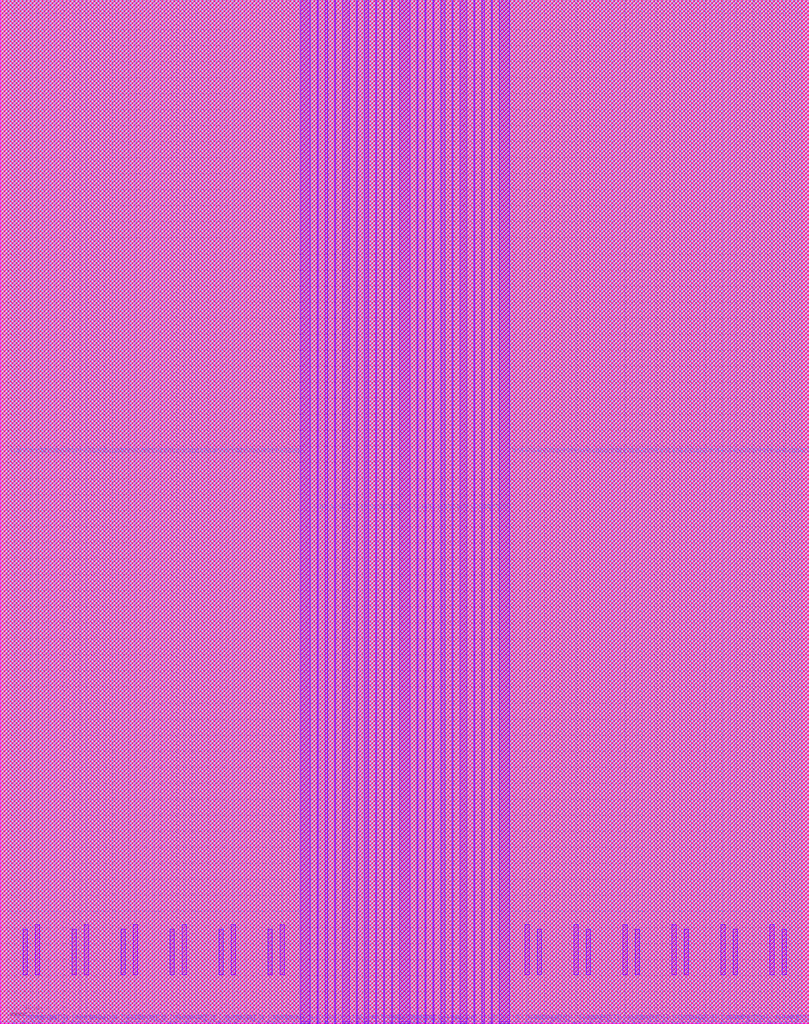
<source format=lef>

#     Copyright (c) 2024 SMIC             
#     Filename:      S55NLLGDPH_X512Y8D12_BW.lef
#     IP code:       S55NLLGDPH
#     Version:       1.3.a
#     CreateDate:    May 18, 2024        
                    
#    LEF for General Dual-Port SRAM
#    SMIC 55nm LL Logic Process

#    Configuration: -instname S55NLLGDPH_X512Y8D12_BW -rows 512 -bits 12 -mux 8 
#    Redundancy: Off
#    Bit-Write: On


# DISCLAIMER                                                                      
#                                                                                   
#   SMIC hereby provides the quality information to you but makes no claims,      
# promises or guarantees about the accuracy, completeness, or adequacy of the     
# information herein. The information contained herein is provided on an "AS IS"  
# basis without any warranty, and SMIC assumes no obligation to provide support   
# of any kind or otherwise maintain the information.                                
#   SMIC disclaims any representation that the information does not infringe any  
# intellectual property rights or proprietary rights of any third parties. SMIC   
# makes no other warranty, whether express, implied or statutory as to any        
# matter whatsoever, including but not limited to the accuracy or sufficiency of  
# any information or the merchantability and fitness for a particular purpose.    
# Neither SMIC nor any of its representatives shall be liable for any cause of    
# action incurred to connect to this service.                                       
#                                                                                 
# STATEMENT OF USE AND CONFIDENTIALITY                                              
#                                                                                   
#   The following/attached material contains confidential and proprietary           
# information of SMIC. This material is based upon information which SMIC           
# considers reliable, but SMIC neither represents nor warrants that such          
# information is accurate or complete, and it must not be relied upon as such.    
# This information was prepared for informational purposes and is for the use     
# by SMIC's customer only. SMIC reserves the right to make changes in the           
# information at any time without notice.                                           
#   No part of this information may be reproduced, transmitted, transcribed,        
# stored in a retrieval system, or translated into any human or computer           
# language, in any form or by any means, electronic, mechanical, magnetic,          
# optical, chemical, manual, or otherwise, without the prior written consent of   
# SMIC. Any unauthorized use or disclosure of this material is strictly             
# prohibited and may be unlawful. By accepting this material, the receiving         
# party shall be deemed to have acknowledged, accepted, and agreed to be bound    
# by the foregoing limitations and restrictions. Thank you.                         
#                                                                                   


VERSION 5.4 ;
NAMESCASESENSITIVE ON ;
BUSBITCHARS "[]" ;
DIVIDERCHAR "/" ;

MACRO S55NLLGDPH_X512Y8D12_BW
 CLASS BLOCK ;
 ORIGIN 0 0 ;
 SYMMETRY X Y R90 ;
 SIZE 252.4 BY 319.25 ;

 PIN AA[0]
 DIRECTION INPUT ;
 USE SIGNAL ;
 PORT
 LAYER M3 ;
 RECT 96.435 0 96.635 0.48 ;
 END
 PORT
 LAYER M2 ;
 RECT 96.435 0 96.635 0.48 ;
 END
 PORT
 LAYER M1 ;
 RECT 96.435 0 96.635 0.48 ;
 END
 ANTENNAGATEAREA 0.025 ;
 ANTENNADIFFAREA 0.060 ;
 END AA[0]

 PIN AA[1]
 DIRECTION INPUT ;
 USE SIGNAL ;
 PORT
 LAYER M3 ;
 RECT 99.6 0 99.8 0.48 ;
 END
 PORT
 LAYER M2 ;
 RECT 99.6 0 99.8 0.48 ;
 END
 PORT
 LAYER M1 ;
 RECT 99.6 0 99.8 0.48 ;
 END
 ANTENNAGATEAREA 0.025 ;
 ANTENNADIFFAREA 0.060 ;
 END AA[1]

 PIN AA[2]
 DIRECTION INPUT ;
 USE SIGNAL ;
 PORT
 LAYER M3 ;
 RECT 101.54 0 101.74 0.48 ;
 END
 PORT
 LAYER M2 ;
 RECT 101.54 0 101.74 0.48 ;
 END
 PORT
 LAYER M1 ;
 RECT 101.54 0 101.74 0.48 ;
 END
 ANTENNAGATEAREA 0.025 ;
 ANTENNADIFFAREA 0.060 ;
 END AA[2]

 PIN AA[3]
 DIRECTION INPUT ;
 USE SIGNAL ;
 PORT
 LAYER M3 ;
 RECT 106.915 0 107.115 0.48 ;
 END
 PORT
 LAYER M2 ;
 RECT 106.915 0 107.115 0.48 ;
 END
 PORT
 LAYER M1 ;
 RECT 106.915 0 107.115 0.48 ;
 END
 ANTENNAGATEAREA 0.025 ;
 ANTENNADIFFAREA 0.060 ;
 END AA[3]

 PIN AA[4]
 DIRECTION INPUT ;
 USE SIGNAL ;
 PORT
 LAYER M3 ;
 RECT 109.51 0 109.71 0.48 ;
 END
 PORT
 LAYER M2 ;
 RECT 109.51 0 109.71 0.48 ;
 END
 PORT
 LAYER M1 ;
 RECT 109.51 0 109.71 0.48 ;
 END
 ANTENNAGATEAREA 0.025 ;
 ANTENNADIFFAREA 0.060 ;
 END AA[4]

 PIN AA[5]
 DIRECTION INPUT ;
 USE SIGNAL ;
 PORT
 LAYER M3 ;
 RECT 111.705 0 111.905 0.48 ;
 END
 PORT
 LAYER M2 ;
 RECT 111.705 0 111.905 0.48 ;
 END
 PORT
 LAYER M1 ;
 RECT 111.705 0 111.905 0.48 ;
 END
 ANTENNAGATEAREA 0.025 ;
 ANTENNADIFFAREA 0.060 ;
 END AA[5]

 PIN WENA
 DIRECTION INPUT ;
 USE SIGNAL ;
 PORT
 LAYER M3 ;
 RECT 113.095 0 113.295 0.48 ;
 END
 PORT
 LAYER M2 ;
 RECT 113.095 0 113.295 0.48 ;
 END
 PORT
 LAYER M1 ;
 RECT 113.095 0 113.295 0.48 ;
 END
 ANTENNAGATEAREA 0.025 ;
 ANTENNADIFFAREA 0.060 ;
 END WENA

 PIN AA[7]
 DIRECTION INPUT ;
 USE SIGNAL ;
 PORT
 LAYER M3 ;
 RECT 115.7 0 115.9 0.48 ;
 END
 PORT
 LAYER M2 ;
 RECT 115.7 0 115.9 0.48 ;
 END
 PORT
 LAYER M1 ;
 RECT 115.7 0 115.9 0.48 ;
 END
 ANTENNAGATEAREA 0.025 ;
 ANTENNADIFFAREA 0.060 ;
 END AA[7]

 PIN AA[6]
 DIRECTION INPUT ;
 USE SIGNAL ;
 PORT
 LAYER M3 ;
 RECT 118.405 0 118.605 0.48 ;
 END
 PORT
 LAYER M2 ;
 RECT 118.405 0 118.605 0.48 ;
 END
 PORT
 LAYER M1 ;
 RECT 118.405 0 118.605 0.48 ;
 END
 ANTENNAGATEAREA 0.025 ;
 ANTENNADIFFAREA 0.060 ;
 END AA[6]

 PIN AA[10]
 DIRECTION INPUT ;
 USE SIGNAL ;
 PORT
 LAYER M3 ;
 RECT 120 0 120.2 0.48 ;
 END
 PORT
 LAYER M2 ;
 RECT 120 0 120.2 0.48 ;
 END
 PORT
 LAYER M1 ;
 RECT 120 0 120.2 0.48 ;
 END
 ANTENNAGATEAREA 0.025 ;
 ANTENNADIFFAREA 0.060 ;
 END AA[10]

 PIN CLKA
 DIRECTION INPUT ;
 USE SIGNAL ;
 PORT
 LAYER M3 ;
 RECT 120.875 0 121.075 0.48 ;
 END
 PORT
 LAYER M2 ;
 RECT 120.875 0 121.075 0.48 ;
 END
 PORT
 LAYER M1 ;
 RECT 120.875 0 121.075 0.48 ;
 END
 ANTENNAGATEAREA 0.025 ;
 ANTENNADIFFAREA 0.060 ;
 END CLKA

 PIN CENA
 DIRECTION INPUT ;
 USE SIGNAL ;
 PORT
 LAYER M3 ;
 RECT 121.595 0 121.795 0.48 ;
 END
 PORT
 LAYER M2 ;
 RECT 121.595 0 121.795 0.48 ;
 END
 PORT
 LAYER M1 ;
 RECT 121.595 0 121.795 0.48 ;
 END
 ANTENNAGATEAREA 0.025 ;
 ANTENNADIFFAREA 0.060 ;
 END CENA

 PIN AA[9]
 DIRECTION INPUT ;
 USE SIGNAL ;
 PORT
 LAYER M3 ;
 RECT 122.44 0 122.64 0.48 ;
 END
 PORT
 LAYER M2 ;
 RECT 122.44 0 122.64 0.48 ;
 END
 PORT
 LAYER M1 ;
 RECT 122.44 0 122.64 0.48 ;
 END
 ANTENNAGATEAREA 0.025 ;
 ANTENNADIFFAREA 0.060 ;
 END AA[9]

 PIN AA[8]
 DIRECTION INPUT ;
 USE SIGNAL ;
 PORT
 LAYER M3 ;
 RECT 123.305 0 123.505 0.48 ;
 END
 PORT
 LAYER M2 ;
 RECT 123.305 0 123.505 0.48 ;
 END
 PORT
 LAYER M1 ;
 RECT 123.305 0 123.505 0.48 ;
 END
 ANTENNAGATEAREA 0.025 ;
 ANTENNADIFFAREA 0.060 ;
 END AA[8]

 PIN AA[11]
 DIRECTION INPUT ;
 USE SIGNAL ;
 PORT
 LAYER M3 ;
 RECT 124.15 0 124.35 0.48 ;
 END
 PORT
 LAYER M2 ;
 RECT 124.15 0 124.35 0.48 ;
 END
 PORT
 LAYER M1 ;
 RECT 124.15 0 124.35 0.48 ;
 END
 ANTENNAGATEAREA 0.025 ;
 ANTENNADIFFAREA 0.060 ;
 END AA[11]

 PIN AB[11]
 DIRECTION INPUT ;
 USE SIGNAL ;
 PORT
 LAYER M3 ;
 RECT 128.05 0 128.25 0.48 ;
 END
 PORT
 LAYER M2 ;
 RECT 128.05 0 128.25 0.48 ;
 END
 PORT
 LAYER M1 ;
 RECT 128.05 0 128.25 0.48 ;
 END
 ANTENNAGATEAREA 0.025 ;
 ANTENNADIFFAREA 0.060 ;
 END AB[11]

 PIN AB[8]
 DIRECTION INPUT ;
 USE SIGNAL ;
 PORT
 LAYER M3 ;
 RECT 128.895 0 129.095 0.48 ;
 END
 PORT
 LAYER M2 ;
 RECT 128.895 0 129.095 0.48 ;
 END
 PORT
 LAYER M1 ;
 RECT 128.895 0 129.095 0.48 ;
 END
 ANTENNAGATEAREA 0.025 ;
 ANTENNADIFFAREA 0.060 ;
 END AB[8]

 PIN AB[9]
 DIRECTION INPUT ;
 USE SIGNAL ;
 PORT
 LAYER M3 ;
 RECT 129.76 0 129.96 0.48 ;
 END
 PORT
 LAYER M2 ;
 RECT 129.76 0 129.96 0.48 ;
 END
 PORT
 LAYER M1 ;
 RECT 129.76 0 129.96 0.48 ;
 END
 ANTENNAGATEAREA 0.025 ;
 ANTENNADIFFAREA 0.060 ;
 END AB[9]

 PIN CENB
 DIRECTION INPUT ;
 USE SIGNAL ;
 PORT
 LAYER M3 ;
 RECT 130.605 0 130.805 0.48 ;
 END
 PORT
 LAYER M2 ;
 RECT 130.605 0 130.805 0.48 ;
 END
 PORT
 LAYER M1 ;
 RECT 130.605 0 130.805 0.48 ;
 END
 ANTENNAGATEAREA 0.025 ;
 ANTENNADIFFAREA 0.060 ;
 END CENB

 PIN CLKB
 DIRECTION INPUT ;
 USE SIGNAL ;
 PORT
 LAYER M3 ;
 RECT 131.325 0 131.525 0.48 ;
 END
 PORT
 LAYER M2 ;
 RECT 131.325 0 131.525 0.48 ;
 END
 PORT
 LAYER M1 ;
 RECT 131.325 0 131.525 0.48 ;
 END
 ANTENNAGATEAREA 0.025 ;
 ANTENNADIFFAREA 0.060 ;
 END CLKB

 PIN AB[10]
 DIRECTION INPUT ;
 USE SIGNAL ;
 PORT
 LAYER M3 ;
 RECT 132.2 0 132.4 0.48 ;
 END
 PORT
 LAYER M2 ;
 RECT 132.2 0 132.4 0.48 ;
 END
 PORT
 LAYER M1 ;
 RECT 132.2 0 132.4 0.48 ;
 END
 ANTENNAGATEAREA 0.025 ;
 ANTENNADIFFAREA 0.060 ;
 END AB[10]

 PIN AB[6]
 DIRECTION INPUT ;
 USE SIGNAL ;
 PORT
 LAYER M3 ;
 RECT 133.795 0 133.995 0.48 ;
 END
 PORT
 LAYER M2 ;
 RECT 133.795 0 133.995 0.48 ;
 END
 PORT
 LAYER M1 ;
 RECT 133.795 0 133.995 0.48 ;
 END
 ANTENNAGATEAREA 0.025 ;
 ANTENNADIFFAREA 0.060 ;
 END AB[6]

 PIN AB[7]
 DIRECTION INPUT ;
 USE SIGNAL ;
 PORT
 LAYER M3 ;
 RECT 136.5 0 136.7 0.48 ;
 END
 PORT
 LAYER M2 ;
 RECT 136.5 0 136.7 0.48 ;
 END
 PORT
 LAYER M1 ;
 RECT 136.5 0 136.7 0.48 ;
 END
 ANTENNAGATEAREA 0.025 ;
 ANTENNADIFFAREA 0.060 ;
 END AB[7]

 PIN WENB
 DIRECTION INPUT ;
 USE SIGNAL ;
 PORT
 LAYER M3 ;
 RECT 139.105 0 139.305 0.48 ;
 END
 PORT
 LAYER M2 ;
 RECT 139.105 0 139.305 0.48 ;
 END
 PORT
 LAYER M1 ;
 RECT 139.105 0 139.305 0.48 ;
 END
 ANTENNAGATEAREA 0.025 ;
 ANTENNADIFFAREA 0.060 ;
 END WENB

 PIN AB[5]
 DIRECTION INPUT ;
 USE SIGNAL ;
 PORT
 LAYER M3 ;
 RECT 140.495 0 140.695 0.48 ;
 END
 PORT
 LAYER M2 ;
 RECT 140.495 0 140.695 0.48 ;
 END
 PORT
 LAYER M1 ;
 RECT 140.495 0 140.695 0.48 ;
 END
 ANTENNAGATEAREA 0.025 ;
 ANTENNADIFFAREA 0.060 ;
 END AB[5]

 PIN AB[4]
 DIRECTION INPUT ;
 USE SIGNAL ;
 PORT
 LAYER M3 ;
 RECT 142.69 0 142.89 0.48 ;
 END
 PORT
 LAYER M2 ;
 RECT 142.69 0 142.89 0.48 ;
 END
 PORT
 LAYER M1 ;
 RECT 142.69 0 142.89 0.48 ;
 END
 ANTENNAGATEAREA 0.025 ;
 ANTENNADIFFAREA 0.060 ;
 END AB[4]

 PIN AB[3]
 DIRECTION INPUT ;
 USE SIGNAL ;
 PORT
 LAYER M3 ;
 RECT 145.285 0 145.485 0.48 ;
 END
 PORT
 LAYER M2 ;
 RECT 145.285 0 145.485 0.48 ;
 END
 PORT
 LAYER M1 ;
 RECT 145.285 0 145.485 0.48 ;
 END
 ANTENNAGATEAREA 0.025 ;
 ANTENNADIFFAREA 0.060 ;
 END AB[3]

 PIN AB[2]
 DIRECTION INPUT ;
 USE SIGNAL ;
 PORT
 LAYER M3 ;
 RECT 150.66 0 150.86 0.48 ;
 END
 PORT
 LAYER M2 ;
 RECT 150.66 0 150.86 0.48 ;
 END
 PORT
 LAYER M1 ;
 RECT 150.66 0 150.86 0.48 ;
 END
 ANTENNAGATEAREA 0.025 ;
 ANTENNADIFFAREA 0.060 ;
 END AB[2]

 PIN AB[1]
 DIRECTION INPUT ;
 USE SIGNAL ;
 PORT
 LAYER M3 ;
 RECT 152.6 0 152.8 0.48 ;
 END
 PORT
 LAYER M2 ;
 RECT 152.6 0 152.8 0.48 ;
 END
 PORT
 LAYER M1 ;
 RECT 152.6 0 152.8 0.48 ;
 END
 ANTENNAGATEAREA 0.025 ;
 ANTENNADIFFAREA 0.060 ;
 END AB[1]

 PIN AB[0]
 DIRECTION INPUT ;
 USE SIGNAL ;
 PORT
 LAYER M3 ;
 RECT 155.765 0 155.965 0.48 ;
 END
 PORT
 LAYER M2 ;
 RECT 155.765 0 155.965 0.48 ;
 END
 PORT
 LAYER M1 ;
 RECT 155.765 0 155.965 0.48 ;
 END
 ANTENNAGATEAREA 0.025 ;
 ANTENNADIFFAREA 0.060 ;
 END AB[0]

 PIN QB[5]
 DIRECTION OUTPUT ;
 USE SIGNAL ;
 PORT
 LAYER M3 ;
 RECT 4.165 0 4.365 0.48 ;
 END
 PORT
 LAYER M2 ;
 RECT 4.165 0 4.365 0.48 ;
 END
 PORT
 LAYER M1 ;
 RECT 4.165 0 4.365 0.48 ;
 END
 ANTENNAGATEAREA 0.025 ;
 ANTENNADIFFAREA 0.060 ;
 END QB[5]

 PIN DB[5]
 DIRECTION INPUT ;
 USE SIGNAL ;
 PORT
 LAYER M3 ;
 RECT 7.025 0 7.225 0.48 ;
 END
 PORT
 LAYER M2 ;
 RECT 7.025 0 7.225 0.48 ;
 END
 PORT
 LAYER M1 ;
 RECT 7.025 0 7.225 0.48 ;
 END
 ANTENNAGATEAREA 0.025 ;
 ANTENNADIFFAREA 0.060 ;
 END DB[5]

 PIN BWENB[5]
 DIRECTION INPUT ;
 USE SIGNAL ;
 PORT
 LAYER M3 ;
 RECT 8.705 0 8.905 0.48 ;
 END
 PORT
 LAYER M2 ;
 RECT 8.705 0 8.905 0.48 ;
 END
 PORT
 LAYER M1 ;
 RECT 8.705 0 8.905 0.48 ;
 END
 ANTENNAGATEAREA 0.025 ;
 ANTENNADIFFAREA 0.060 ;
 END BWENB[5]

 PIN BWENA[5]
 DIRECTION INPUT ;
 USE SIGNAL ;
 PORT
 LAYER M3 ;
 RECT 10.485 0 10.685 0.48 ;
 END
 PORT
 LAYER M2 ;
 RECT 10.485 0 10.685 0.48 ;
 END
 PORT
 LAYER M1 ;
 RECT 10.485 0 10.685 0.48 ;
 END
 ANTENNAGATEAREA 0.025 ;
 ANTENNADIFFAREA 0.060 ;
 END BWENA[5]

 PIN DA[5]
 DIRECTION INPUT ;
 USE SIGNAL ;
 PORT
 LAYER M3 ;
 RECT 12.165 0 12.365 0.48 ;
 END
 PORT
 LAYER M2 ;
 RECT 12.165 0 12.365 0.48 ;
 END
 PORT
 LAYER M1 ;
 RECT 12.165 0 12.365 0.48 ;
 END
 ANTENNAGATEAREA 0.025 ;
 ANTENNADIFFAREA 0.060 ;
 END DA[5]

 PIN QA[5]
 DIRECTION OUTPUT ;
 USE SIGNAL ;
 PORT
 LAYER M3 ;
 RECT 15.025 0 15.225 0.48 ;
 END
 PORT
 LAYER M2 ;
 RECT 15.025 0 15.225 0.48 ;
 END
 PORT
 LAYER M1 ;
 RECT 15.025 0 15.225 0.48 ;
 END
 ANTENNAGATEAREA 0.025 ;
 ANTENNADIFFAREA 0.060 ;
 END QA[5]

 PIN QB[4]
 DIRECTION OUTPUT ;
 USE SIGNAL ;
 PORT
 LAYER M3 ;
 RECT 19.445 0 19.645 0.48 ;
 END
 PORT
 LAYER M2 ;
 RECT 19.445 0 19.645 0.48 ;
 END
 PORT
 LAYER M1 ;
 RECT 19.445 0 19.645 0.48 ;
 END
 ANTENNAGATEAREA 0.025 ;
 ANTENNADIFFAREA 0.060 ;
 END QB[4]

 PIN DB[4]
 DIRECTION INPUT ;
 USE SIGNAL ;
 PORT
 LAYER M3 ;
 RECT 22.305 0 22.505 0.48 ;
 END
 PORT
 LAYER M2 ;
 RECT 22.305 0 22.505 0.48 ;
 END
 PORT
 LAYER M1 ;
 RECT 22.305 0 22.505 0.48 ;
 END
 ANTENNAGATEAREA 0.025 ;
 ANTENNADIFFAREA 0.060 ;
 END DB[4]

 PIN BWENB[4]
 DIRECTION INPUT ;
 USE SIGNAL ;
 PORT
 LAYER M3 ;
 RECT 23.985 0 24.185 0.48 ;
 END
 PORT
 LAYER M2 ;
 RECT 23.985 0 24.185 0.48 ;
 END
 PORT
 LAYER M1 ;
 RECT 23.985 0 24.185 0.48 ;
 END
 ANTENNAGATEAREA 0.025 ;
 ANTENNADIFFAREA 0.060 ;
 END BWENB[4]

 PIN BWENA[4]
 DIRECTION INPUT ;
 USE SIGNAL ;
 PORT
 LAYER M3 ;
 RECT 25.765 0 25.965 0.48 ;
 END
 PORT
 LAYER M2 ;
 RECT 25.765 0 25.965 0.48 ;
 END
 PORT
 LAYER M1 ;
 RECT 25.765 0 25.965 0.48 ;
 END
 ANTENNAGATEAREA 0.025 ;
 ANTENNADIFFAREA 0.060 ;
 END BWENA[4]

 PIN DA[4]
 DIRECTION INPUT ;
 USE SIGNAL ;
 PORT
 LAYER M3 ;
 RECT 27.445 0 27.645 0.48 ;
 END
 PORT
 LAYER M2 ;
 RECT 27.445 0 27.645 0.48 ;
 END
 PORT
 LAYER M1 ;
 RECT 27.445 0 27.645 0.48 ;
 END
 ANTENNAGATEAREA 0.025 ;
 ANTENNADIFFAREA 0.060 ;
 END DA[4]

 PIN QA[4]
 DIRECTION OUTPUT ;
 USE SIGNAL ;
 PORT
 LAYER M3 ;
 RECT 30.305 0 30.505 0.48 ;
 END
 PORT
 LAYER M2 ;
 RECT 30.305 0 30.505 0.48 ;
 END
 PORT
 LAYER M1 ;
 RECT 30.305 0 30.505 0.48 ;
 END
 ANTENNAGATEAREA 0.025 ;
 ANTENNADIFFAREA 0.060 ;
 END QA[4]

 PIN QB[3]
 DIRECTION OUTPUT ;
 USE SIGNAL ;
 PORT
 LAYER M3 ;
 RECT 34.725 0 34.925 0.48 ;
 END
 PORT
 LAYER M2 ;
 RECT 34.725 0 34.925 0.48 ;
 END
 PORT
 LAYER M1 ;
 RECT 34.725 0 34.925 0.48 ;
 END
 ANTENNAGATEAREA 0.025 ;
 ANTENNADIFFAREA 0.060 ;
 END QB[3]

 PIN DB[3]
 DIRECTION INPUT ;
 USE SIGNAL ;
 PORT
 LAYER M3 ;
 RECT 37.585 0 37.785 0.48 ;
 END
 PORT
 LAYER M2 ;
 RECT 37.585 0 37.785 0.48 ;
 END
 PORT
 LAYER M1 ;
 RECT 37.585 0 37.785 0.48 ;
 END
 ANTENNAGATEAREA 0.025 ;
 ANTENNADIFFAREA 0.060 ;
 END DB[3]

 PIN BWENB[3]
 DIRECTION INPUT ;
 USE SIGNAL ;
 PORT
 LAYER M3 ;
 RECT 39.265 0 39.465 0.48 ;
 END
 PORT
 LAYER M2 ;
 RECT 39.265 0 39.465 0.48 ;
 END
 PORT
 LAYER M1 ;
 RECT 39.265 0 39.465 0.48 ;
 END
 ANTENNAGATEAREA 0.025 ;
 ANTENNADIFFAREA 0.060 ;
 END BWENB[3]

 PIN BWENA[3]
 DIRECTION INPUT ;
 USE SIGNAL ;
 PORT
 LAYER M3 ;
 RECT 41.045 0 41.245 0.48 ;
 END
 PORT
 LAYER M2 ;
 RECT 41.045 0 41.245 0.48 ;
 END
 PORT
 LAYER M1 ;
 RECT 41.045 0 41.245 0.48 ;
 END
 ANTENNAGATEAREA 0.025 ;
 ANTENNADIFFAREA 0.060 ;
 END BWENA[3]

 PIN DA[3]
 DIRECTION INPUT ;
 USE SIGNAL ;
 PORT
 LAYER M3 ;
 RECT 42.725 0 42.925 0.48 ;
 END
 PORT
 LAYER M2 ;
 RECT 42.725 0 42.925 0.48 ;
 END
 PORT
 LAYER M1 ;
 RECT 42.725 0 42.925 0.48 ;
 END
 ANTENNAGATEAREA 0.025 ;
 ANTENNADIFFAREA 0.060 ;
 END DA[3]

 PIN QA[3]
 DIRECTION OUTPUT ;
 USE SIGNAL ;
 PORT
 LAYER M3 ;
 RECT 45.585 0 45.785 0.48 ;
 END
 PORT
 LAYER M2 ;
 RECT 45.585 0 45.785 0.48 ;
 END
 PORT
 LAYER M1 ;
 RECT 45.585 0 45.785 0.48 ;
 END
 ANTENNAGATEAREA 0.025 ;
 ANTENNADIFFAREA 0.060 ;
 END QA[3]

 PIN QB[2]
 DIRECTION OUTPUT ;
 USE SIGNAL ;
 PORT
 LAYER M3 ;
 RECT 50.005 0 50.205 0.48 ;
 END
 PORT
 LAYER M2 ;
 RECT 50.005 0 50.205 0.48 ;
 END
 PORT
 LAYER M1 ;
 RECT 50.005 0 50.205 0.48 ;
 END
 ANTENNAGATEAREA 0.025 ;
 ANTENNADIFFAREA 0.060 ;
 END QB[2]

 PIN DB[2]
 DIRECTION INPUT ;
 USE SIGNAL ;
 PORT
 LAYER M3 ;
 RECT 52.865 0 53.065 0.48 ;
 END
 PORT
 LAYER M2 ;
 RECT 52.865 0 53.065 0.48 ;
 END
 PORT
 LAYER M1 ;
 RECT 52.865 0 53.065 0.48 ;
 END
 ANTENNAGATEAREA 0.025 ;
 ANTENNADIFFAREA 0.060 ;
 END DB[2]

 PIN BWENB[2]
 DIRECTION INPUT ;
 USE SIGNAL ;
 PORT
 LAYER M3 ;
 RECT 54.545 0 54.745 0.48 ;
 END
 PORT
 LAYER M2 ;
 RECT 54.545 0 54.745 0.48 ;
 END
 PORT
 LAYER M1 ;
 RECT 54.545 0 54.745 0.48 ;
 END
 ANTENNAGATEAREA 0.025 ;
 ANTENNADIFFAREA 0.060 ;
 END BWENB[2]

 PIN BWENA[2]
 DIRECTION INPUT ;
 USE SIGNAL ;
 PORT
 LAYER M3 ;
 RECT 56.325 0 56.525 0.48 ;
 END
 PORT
 LAYER M2 ;
 RECT 56.325 0 56.525 0.48 ;
 END
 PORT
 LAYER M1 ;
 RECT 56.325 0 56.525 0.48 ;
 END
 ANTENNAGATEAREA 0.025 ;
 ANTENNADIFFAREA 0.060 ;
 END BWENA[2]

 PIN DA[2]
 DIRECTION INPUT ;
 USE SIGNAL ;
 PORT
 LAYER M3 ;
 RECT 58.005 0 58.205 0.48 ;
 END
 PORT
 LAYER M2 ;
 RECT 58.005 0 58.205 0.48 ;
 END
 PORT
 LAYER M1 ;
 RECT 58.005 0 58.205 0.48 ;
 END
 ANTENNAGATEAREA 0.025 ;
 ANTENNADIFFAREA 0.060 ;
 END DA[2]

 PIN QA[2]
 DIRECTION OUTPUT ;
 USE SIGNAL ;
 PORT
 LAYER M3 ;
 RECT 60.865 0 61.065 0.48 ;
 END
 PORT
 LAYER M2 ;
 RECT 60.865 0 61.065 0.48 ;
 END
 PORT
 LAYER M1 ;
 RECT 60.865 0 61.065 0.48 ;
 END
 ANTENNAGATEAREA 0.025 ;
 ANTENNADIFFAREA 0.060 ;
 END QA[2]

 PIN QB[1]
 DIRECTION OUTPUT ;
 USE SIGNAL ;
 PORT
 LAYER M3 ;
 RECT 65.285 0 65.485 0.48 ;
 END
 PORT
 LAYER M2 ;
 RECT 65.285 0 65.485 0.48 ;
 END
 PORT
 LAYER M1 ;
 RECT 65.285 0 65.485 0.48 ;
 END
 ANTENNAGATEAREA 0.025 ;
 ANTENNADIFFAREA 0.060 ;
 END QB[1]

 PIN DB[1]
 DIRECTION INPUT ;
 USE SIGNAL ;
 PORT
 LAYER M3 ;
 RECT 68.145 0 68.345 0.48 ;
 END
 PORT
 LAYER M2 ;
 RECT 68.145 0 68.345 0.48 ;
 END
 PORT
 LAYER M1 ;
 RECT 68.145 0 68.345 0.48 ;
 END
 ANTENNAGATEAREA 0.025 ;
 ANTENNADIFFAREA 0.060 ;
 END DB[1]

 PIN BWENB[1]
 DIRECTION INPUT ;
 USE SIGNAL ;
 PORT
 LAYER M3 ;
 RECT 69.825 0 70.025 0.48 ;
 END
 PORT
 LAYER M2 ;
 RECT 69.825 0 70.025 0.48 ;
 END
 PORT
 LAYER M1 ;
 RECT 69.825 0 70.025 0.48 ;
 END
 ANTENNAGATEAREA 0.025 ;
 ANTENNADIFFAREA 0.060 ;
 END BWENB[1]

 PIN BWENA[1]
 DIRECTION INPUT ;
 USE SIGNAL ;
 PORT
 LAYER M3 ;
 RECT 71.605 0 71.805 0.48 ;
 END
 PORT
 LAYER M2 ;
 RECT 71.605 0 71.805 0.48 ;
 END
 PORT
 LAYER M1 ;
 RECT 71.605 0 71.805 0.48 ;
 END
 ANTENNAGATEAREA 0.025 ;
 ANTENNADIFFAREA 0.060 ;
 END BWENA[1]

 PIN DA[1]
 DIRECTION INPUT ;
 USE SIGNAL ;
 PORT
 LAYER M3 ;
 RECT 73.285 0 73.485 0.48 ;
 END
 PORT
 LAYER M2 ;
 RECT 73.285 0 73.485 0.48 ;
 END
 PORT
 LAYER M1 ;
 RECT 73.285 0 73.485 0.48 ;
 END
 ANTENNAGATEAREA 0.025 ;
 ANTENNADIFFAREA 0.060 ;
 END DA[1]

 PIN QA[1]
 DIRECTION OUTPUT ;
 USE SIGNAL ;
 PORT
 LAYER M3 ;
 RECT 76.145 0 76.345 0.48 ;
 END
 PORT
 LAYER M2 ;
 RECT 76.145 0 76.345 0.48 ;
 END
 PORT
 LAYER M1 ;
 RECT 76.145 0 76.345 0.48 ;
 END
 ANTENNAGATEAREA 0.025 ;
 ANTENNADIFFAREA 0.060 ;
 END QA[1]

 PIN QB[0]
 DIRECTION OUTPUT ;
 USE SIGNAL ;
 PORT
 LAYER M3 ;
 RECT 80.565 0 80.765 0.48 ;
 END
 PORT
 LAYER M2 ;
 RECT 80.565 0 80.765 0.48 ;
 END
 PORT
 LAYER M1 ;
 RECT 80.565 0 80.765 0.48 ;
 END
 ANTENNAGATEAREA 0.025 ;
 ANTENNADIFFAREA 0.060 ;
 END QB[0]

 PIN DB[0]
 DIRECTION INPUT ;
 USE SIGNAL ;
 PORT
 LAYER M3 ;
 RECT 83.425 0 83.625 0.48 ;
 END
 PORT
 LAYER M2 ;
 RECT 83.425 0 83.625 0.48 ;
 END
 PORT
 LAYER M1 ;
 RECT 83.425 0 83.625 0.48 ;
 END
 ANTENNAGATEAREA 0.025 ;
 ANTENNADIFFAREA 0.060 ;
 END DB[0]

 PIN BWENB[0]
 DIRECTION INPUT ;
 USE SIGNAL ;
 PORT
 LAYER M3 ;
 RECT 85.105 0 85.305 0.48 ;
 END
 PORT
 LAYER M2 ;
 RECT 85.105 0 85.305 0.48 ;
 END
 PORT
 LAYER M1 ;
 RECT 85.105 0 85.305 0.48 ;
 END
 ANTENNAGATEAREA 0.025 ;
 ANTENNADIFFAREA 0.060 ;
 END BWENB[0]

 PIN BWENA[0]
 DIRECTION INPUT ;
 USE SIGNAL ;
 PORT
 LAYER M3 ;
 RECT 86.885 0 87.085 0.48 ;
 END
 PORT
 LAYER M2 ;
 RECT 86.885 0 87.085 0.48 ;
 END
 PORT
 LAYER M1 ;
 RECT 86.885 0 87.085 0.48 ;
 END
 ANTENNAGATEAREA 0.025 ;
 ANTENNADIFFAREA 0.060 ;
 END BWENA[0]

 PIN DA[0]
 DIRECTION INPUT ;
 USE SIGNAL ;
 PORT
 LAYER M3 ;
 RECT 88.565 0 88.765 0.48 ;
 END
 PORT
 LAYER M2 ;
 RECT 88.565 0 88.765 0.48 ;
 END
 PORT
 LAYER M1 ;
 RECT 88.565 0 88.765 0.48 ;
 END
 ANTENNAGATEAREA 0.025 ;
 ANTENNADIFFAREA 0.060 ;
 END DA[0]

 PIN QA[0]
 DIRECTION OUTPUT ;
 USE SIGNAL ;
 PORT
 LAYER M3 ;
 RECT 91.425 0 91.625 0.48 ;
 END
 PORT
 LAYER M2 ;
 RECT 91.425 0 91.625 0.48 ;
 END
 PORT
 LAYER M1 ;
 RECT 91.425 0 91.625 0.48 ;
 END
 ANTENNAGATEAREA 0.025 ;
 ANTENNADIFFAREA 0.060 ;
 END QA[0]

 PIN QA[6]
 DIRECTION OUTPUT ;
 USE SIGNAL ;
 PORT
 LAYER M3 ;
 RECT 160.775 0 160.975 0.48 ;
 END
 PORT
 LAYER M2 ;
 RECT 160.775 0 160.975 0.48 ;
 END
 PORT
 LAYER M1 ;
 RECT 160.775 0 160.975 0.48 ;
 END
 ANTENNAGATEAREA 0.025 ;
 ANTENNADIFFAREA 0.060 ;
 END QA[6]

 PIN DA[6]
 DIRECTION INPUT ;
 USE SIGNAL ;
 PORT
 LAYER M3 ;
 RECT 163.635 0 163.835 0.48 ;
 END
 PORT
 LAYER M2 ;
 RECT 163.635 0 163.835 0.48 ;
 END
 PORT
 LAYER M1 ;
 RECT 163.635 0 163.835 0.48 ;
 END
 ANTENNAGATEAREA 0.025 ;
 ANTENNADIFFAREA 0.060 ;
 END DA[6]

 PIN BWENA[6]
 DIRECTION INPUT ;
 USE SIGNAL ;
 PORT
 LAYER M3 ;
 RECT 165.315 0 165.515 0.48 ;
 END
 PORT
 LAYER M2 ;
 RECT 165.315 0 165.515 0.48 ;
 END
 PORT
 LAYER M1 ;
 RECT 165.315 0 165.515 0.48 ;
 END
 ANTENNAGATEAREA 0.025 ;
 ANTENNADIFFAREA 0.060 ;
 END BWENA[6]

 PIN BWENB[6]
 DIRECTION INPUT ;
 USE SIGNAL ;
 PORT
 LAYER M3 ;
 RECT 167.095 0 167.295 0.48 ;
 END
 PORT
 LAYER M2 ;
 RECT 167.095 0 167.295 0.48 ;
 END
 PORT
 LAYER M1 ;
 RECT 167.095 0 167.295 0.48 ;
 END
 ANTENNAGATEAREA 0.025 ;
 ANTENNADIFFAREA 0.060 ;
 END BWENB[6]

 PIN DB[6]
 DIRECTION INPUT ;
 USE SIGNAL ;
 PORT
 LAYER M3 ;
 RECT 168.775 0 168.975 0.48 ;
 END
 PORT
 LAYER M2 ;
 RECT 168.775 0 168.975 0.48 ;
 END
 PORT
 LAYER M1 ;
 RECT 168.775 0 168.975 0.48 ;
 END
 ANTENNAGATEAREA 0.025 ;
 ANTENNADIFFAREA 0.060 ;
 END DB[6]

 PIN QB[6]
 DIRECTION OUTPUT ;
 USE SIGNAL ;
 PORT
 LAYER M3 ;
 RECT 171.635 0 171.835 0.48 ;
 END
 PORT
 LAYER M2 ;
 RECT 171.635 0 171.835 0.48 ;
 END
 PORT
 LAYER M1 ;
 RECT 171.635 0 171.835 0.48 ;
 END
 ANTENNAGATEAREA 0.025 ;
 ANTENNADIFFAREA 0.060 ;
 END QB[6]

 PIN QA[7]
 DIRECTION OUTPUT ;
 USE SIGNAL ;
 PORT
 LAYER M3 ;
 RECT 176.055 0 176.255 0.48 ;
 END
 PORT
 LAYER M2 ;
 RECT 176.055 0 176.255 0.48 ;
 END
 PORT
 LAYER M1 ;
 RECT 176.055 0 176.255 0.48 ;
 END
 ANTENNAGATEAREA 0.025 ;
 ANTENNADIFFAREA 0.060 ;
 END QA[7]

 PIN DA[7]
 DIRECTION INPUT ;
 USE SIGNAL ;
 PORT
 LAYER M3 ;
 RECT 178.915 0 179.115 0.48 ;
 END
 PORT
 LAYER M2 ;
 RECT 178.915 0 179.115 0.48 ;
 END
 PORT
 LAYER M1 ;
 RECT 178.915 0 179.115 0.48 ;
 END
 ANTENNAGATEAREA 0.025 ;
 ANTENNADIFFAREA 0.060 ;
 END DA[7]

 PIN BWENA[7]
 DIRECTION INPUT ;
 USE SIGNAL ;
 PORT
 LAYER M3 ;
 RECT 180.595 0 180.795 0.48 ;
 END
 PORT
 LAYER M2 ;
 RECT 180.595 0 180.795 0.48 ;
 END
 PORT
 LAYER M1 ;
 RECT 180.595 0 180.795 0.48 ;
 END
 ANTENNAGATEAREA 0.025 ;
 ANTENNADIFFAREA 0.060 ;
 END BWENA[7]

 PIN BWENB[7]
 DIRECTION INPUT ;
 USE SIGNAL ;
 PORT
 LAYER M3 ;
 RECT 182.375 0 182.575 0.48 ;
 END
 PORT
 LAYER M2 ;
 RECT 182.375 0 182.575 0.48 ;
 END
 PORT
 LAYER M1 ;
 RECT 182.375 0 182.575 0.48 ;
 END
 ANTENNAGATEAREA 0.025 ;
 ANTENNADIFFAREA 0.060 ;
 END BWENB[7]

 PIN DB[7]
 DIRECTION INPUT ;
 USE SIGNAL ;
 PORT
 LAYER M3 ;
 RECT 184.055 0 184.255 0.48 ;
 END
 PORT
 LAYER M2 ;
 RECT 184.055 0 184.255 0.48 ;
 END
 PORT
 LAYER M1 ;
 RECT 184.055 0 184.255 0.48 ;
 END
 ANTENNAGATEAREA 0.025 ;
 ANTENNADIFFAREA 0.060 ;
 END DB[7]

 PIN QB[7]
 DIRECTION OUTPUT ;
 USE SIGNAL ;
 PORT
 LAYER M3 ;
 RECT 186.915 0 187.115 0.48 ;
 END
 PORT
 LAYER M2 ;
 RECT 186.915 0 187.115 0.48 ;
 END
 PORT
 LAYER M1 ;
 RECT 186.915 0 187.115 0.48 ;
 END
 ANTENNAGATEAREA 0.025 ;
 ANTENNADIFFAREA 0.060 ;
 END QB[7]

 PIN QA[8]
 DIRECTION OUTPUT ;
 USE SIGNAL ;
 PORT
 LAYER M3 ;
 RECT 191.335 0 191.535 0.48 ;
 END
 PORT
 LAYER M2 ;
 RECT 191.335 0 191.535 0.48 ;
 END
 PORT
 LAYER M1 ;
 RECT 191.335 0 191.535 0.48 ;
 END
 ANTENNAGATEAREA 0.025 ;
 ANTENNADIFFAREA 0.060 ;
 END QA[8]

 PIN DA[8]
 DIRECTION INPUT ;
 USE SIGNAL ;
 PORT
 LAYER M3 ;
 RECT 194.195 0 194.395 0.48 ;
 END
 PORT
 LAYER M2 ;
 RECT 194.195 0 194.395 0.48 ;
 END
 PORT
 LAYER M1 ;
 RECT 194.195 0 194.395 0.48 ;
 END
 ANTENNAGATEAREA 0.025 ;
 ANTENNADIFFAREA 0.060 ;
 END DA[8]

 PIN BWENA[8]
 DIRECTION INPUT ;
 USE SIGNAL ;
 PORT
 LAYER M3 ;
 RECT 195.875 0 196.075 0.48 ;
 END
 PORT
 LAYER M2 ;
 RECT 195.875 0 196.075 0.48 ;
 END
 PORT
 LAYER M1 ;
 RECT 195.875 0 196.075 0.48 ;
 END
 ANTENNAGATEAREA 0.025 ;
 ANTENNADIFFAREA 0.060 ;
 END BWENA[8]

 PIN BWENB[8]
 DIRECTION INPUT ;
 USE SIGNAL ;
 PORT
 LAYER M3 ;
 RECT 197.655 0 197.855 0.48 ;
 END
 PORT
 LAYER M2 ;
 RECT 197.655 0 197.855 0.48 ;
 END
 PORT
 LAYER M1 ;
 RECT 197.655 0 197.855 0.48 ;
 END
 ANTENNAGATEAREA 0.025 ;
 ANTENNADIFFAREA 0.060 ;
 END BWENB[8]

 PIN DB[8]
 DIRECTION INPUT ;
 USE SIGNAL ;
 PORT
 LAYER M3 ;
 RECT 199.335 0 199.535 0.48 ;
 END
 PORT
 LAYER M2 ;
 RECT 199.335 0 199.535 0.48 ;
 END
 PORT
 LAYER M1 ;
 RECT 199.335 0 199.535 0.48 ;
 END
 ANTENNAGATEAREA 0.025 ;
 ANTENNADIFFAREA 0.060 ;
 END DB[8]

 PIN QB[8]
 DIRECTION OUTPUT ;
 USE SIGNAL ;
 PORT
 LAYER M3 ;
 RECT 202.195 0 202.395 0.48 ;
 END
 PORT
 LAYER M2 ;
 RECT 202.195 0 202.395 0.48 ;
 END
 PORT
 LAYER M1 ;
 RECT 202.195 0 202.395 0.48 ;
 END
 ANTENNAGATEAREA 0.025 ;
 ANTENNADIFFAREA 0.060 ;
 END QB[8]

 PIN QA[9]
 DIRECTION OUTPUT ;
 USE SIGNAL ;
 PORT
 LAYER M3 ;
 RECT 206.615 0 206.815 0.48 ;
 END
 PORT
 LAYER M2 ;
 RECT 206.615 0 206.815 0.48 ;
 END
 PORT
 LAYER M1 ;
 RECT 206.615 0 206.815 0.48 ;
 END
 ANTENNAGATEAREA 0.025 ;
 ANTENNADIFFAREA 0.060 ;
 END QA[9]

 PIN DA[9]
 DIRECTION INPUT ;
 USE SIGNAL ;
 PORT
 LAYER M3 ;
 RECT 209.475 0 209.675 0.48 ;
 END
 PORT
 LAYER M2 ;
 RECT 209.475 0 209.675 0.48 ;
 END
 PORT
 LAYER M1 ;
 RECT 209.475 0 209.675 0.48 ;
 END
 ANTENNAGATEAREA 0.025 ;
 ANTENNADIFFAREA 0.060 ;
 END DA[9]

 PIN BWENA[9]
 DIRECTION INPUT ;
 USE SIGNAL ;
 PORT
 LAYER M3 ;
 RECT 211.155 0 211.355 0.48 ;
 END
 PORT
 LAYER M2 ;
 RECT 211.155 0 211.355 0.48 ;
 END
 PORT
 LAYER M1 ;
 RECT 211.155 0 211.355 0.48 ;
 END
 ANTENNAGATEAREA 0.025 ;
 ANTENNADIFFAREA 0.060 ;
 END BWENA[9]

 PIN BWENB[9]
 DIRECTION INPUT ;
 USE SIGNAL ;
 PORT
 LAYER M3 ;
 RECT 212.935 0 213.135 0.48 ;
 END
 PORT
 LAYER M2 ;
 RECT 212.935 0 213.135 0.48 ;
 END
 PORT
 LAYER M1 ;
 RECT 212.935 0 213.135 0.48 ;
 END
 ANTENNAGATEAREA 0.025 ;
 ANTENNADIFFAREA 0.060 ;
 END BWENB[9]

 PIN DB[9]
 DIRECTION INPUT ;
 USE SIGNAL ;
 PORT
 LAYER M3 ;
 RECT 214.615 0 214.815 0.48 ;
 END
 PORT
 LAYER M2 ;
 RECT 214.615 0 214.815 0.48 ;
 END
 PORT
 LAYER M1 ;
 RECT 214.615 0 214.815 0.48 ;
 END
 ANTENNAGATEAREA 0.025 ;
 ANTENNADIFFAREA 0.060 ;
 END DB[9]

 PIN QB[9]
 DIRECTION OUTPUT ;
 USE SIGNAL ;
 PORT
 LAYER M3 ;
 RECT 217.475 0 217.675 0.48 ;
 END
 PORT
 LAYER M2 ;
 RECT 217.475 0 217.675 0.48 ;
 END
 PORT
 LAYER M1 ;
 RECT 217.475 0 217.675 0.48 ;
 END
 ANTENNAGATEAREA 0.025 ;
 ANTENNADIFFAREA 0.060 ;
 END QB[9]

 PIN QA[10]
 DIRECTION OUTPUT ;
 USE SIGNAL ;
 PORT
 LAYER M3 ;
 RECT 221.895 0 222.095 0.48 ;
 END
 PORT
 LAYER M2 ;
 RECT 221.895 0 222.095 0.48 ;
 END
 PORT
 LAYER M1 ;
 RECT 221.895 0 222.095 0.48 ;
 END
 ANTENNAGATEAREA 0.025 ;
 ANTENNADIFFAREA 0.060 ;
 END QA[10]

 PIN DA[10]
 DIRECTION INPUT ;
 USE SIGNAL ;
 PORT
 LAYER M3 ;
 RECT 224.755 0 224.955 0.48 ;
 END
 PORT
 LAYER M2 ;
 RECT 224.755 0 224.955 0.48 ;
 END
 PORT
 LAYER M1 ;
 RECT 224.755 0 224.955 0.48 ;
 END
 ANTENNAGATEAREA 0.025 ;
 ANTENNADIFFAREA 0.060 ;
 END DA[10]

 PIN BWENA[10]
 DIRECTION INPUT ;
 USE SIGNAL ;
 PORT
 LAYER M3 ;
 RECT 226.435 0 226.635 0.48 ;
 END
 PORT
 LAYER M2 ;
 RECT 226.435 0 226.635 0.48 ;
 END
 PORT
 LAYER M1 ;
 RECT 226.435 0 226.635 0.48 ;
 END
 ANTENNAGATEAREA 0.025 ;
 ANTENNADIFFAREA 0.060 ;
 END BWENA[10]

 PIN BWENB[10]
 DIRECTION INPUT ;
 USE SIGNAL ;
 PORT
 LAYER M3 ;
 RECT 228.215 0 228.415 0.48 ;
 END
 PORT
 LAYER M2 ;
 RECT 228.215 0 228.415 0.48 ;
 END
 PORT
 LAYER M1 ;
 RECT 228.215 0 228.415 0.48 ;
 END
 ANTENNAGATEAREA 0.025 ;
 ANTENNADIFFAREA 0.060 ;
 END BWENB[10]

 PIN DB[10]
 DIRECTION INPUT ;
 USE SIGNAL ;
 PORT
 LAYER M3 ;
 RECT 229.895 0 230.095 0.48 ;
 END
 PORT
 LAYER M2 ;
 RECT 229.895 0 230.095 0.48 ;
 END
 PORT
 LAYER M1 ;
 RECT 229.895 0 230.095 0.48 ;
 END
 ANTENNAGATEAREA 0.025 ;
 ANTENNADIFFAREA 0.060 ;
 END DB[10]

 PIN QB[10]
 DIRECTION OUTPUT ;
 USE SIGNAL ;
 PORT
 LAYER M3 ;
 RECT 232.755 0 232.955 0.48 ;
 END
 PORT
 LAYER M2 ;
 RECT 232.755 0 232.955 0.48 ;
 END
 PORT
 LAYER M1 ;
 RECT 232.755 0 232.955 0.48 ;
 END
 ANTENNAGATEAREA 0.025 ;
 ANTENNADIFFAREA 0.060 ;
 END QB[10]

 PIN QA[11]
 DIRECTION OUTPUT ;
 USE SIGNAL ;
 PORT
 LAYER M3 ;
 RECT 237.175 0 237.375 0.48 ;
 END
 PORT
 LAYER M2 ;
 RECT 237.175 0 237.375 0.48 ;
 END
 PORT
 LAYER M1 ;
 RECT 237.175 0 237.375 0.48 ;
 END
 ANTENNAGATEAREA 0.025 ;
 ANTENNADIFFAREA 0.060 ;
 END QA[11]

 PIN DA[11]
 DIRECTION INPUT ;
 USE SIGNAL ;
 PORT
 LAYER M3 ;
 RECT 240.035 0 240.235 0.48 ;
 END
 PORT
 LAYER M2 ;
 RECT 240.035 0 240.235 0.48 ;
 END
 PORT
 LAYER M1 ;
 RECT 240.035 0 240.235 0.48 ;
 END
 ANTENNAGATEAREA 0.025 ;
 ANTENNADIFFAREA 0.060 ;
 END DA[11]

 PIN BWENA[11]
 DIRECTION INPUT ;
 USE SIGNAL ;
 PORT
 LAYER M3 ;
 RECT 241.715 0 241.915 0.48 ;
 END
 PORT
 LAYER M2 ;
 RECT 241.715 0 241.915 0.48 ;
 END
 PORT
 LAYER M1 ;
 RECT 241.715 0 241.915 0.48 ;
 END
 ANTENNAGATEAREA 0.025 ;
 ANTENNADIFFAREA 0.060 ;
 END BWENA[11]

 PIN BWENB[11]
 DIRECTION INPUT ;
 USE SIGNAL ;
 PORT
 LAYER M3 ;
 RECT 243.495 0 243.695 0.48 ;
 END
 PORT
 LAYER M2 ;
 RECT 243.495 0 243.695 0.48 ;
 END
 PORT
 LAYER M1 ;
 RECT 243.495 0 243.695 0.48 ;
 END
 ANTENNAGATEAREA 0.025 ;
 ANTENNADIFFAREA 0.060 ;
 END BWENB[11]

 PIN DB[11]
 DIRECTION INPUT ;
 USE SIGNAL ;
 PORT
 LAYER M3 ;
 RECT 245.175 0 245.375 0.48 ;
 END
 PORT
 LAYER M2 ;
 RECT 245.175 0 245.375 0.48 ;
 END
 PORT
 LAYER M1 ;
 RECT 245.175 0 245.375 0.48 ;
 END
 ANTENNAGATEAREA 0.025 ;
 ANTENNADIFFAREA 0.060 ;
 END DB[11]

 PIN QB[11]
 DIRECTION OUTPUT ;
 USE SIGNAL ;
 PORT
 LAYER M3 ;
 RECT 248.035 0 248.235 0.48 ;
 END
 PORT
 LAYER M2 ;
 RECT 248.035 0 248.235 0.48 ;
 END
 PORT
 LAYER M1 ;
 RECT 248.035 0 248.235 0.48 ;
 END
 ANTENNAGATEAREA 0.025 ;
 ANTENNADIFFAREA 0.060 ;
 END QB[11]

 PIN VDD
 USE POWER ;
  
 PORT
 LAYER M4 ;
 POLYGON 90.27 35.015 91.47 35.015 91.47 0 90.27 0 ;
 POLYGON 90.27 35.015 91.47 35.015 91.47 319.25 90.27 319.25 ;
 END
 PORT
 LAYER M4 ;
 POLYGON 162.13 35.015 160.93 35.015 160.93 0 162.13 0 ;
 POLYGON 162.13 35.015 160.93 35.015 160.93 319.25 162.13 319.25 ;
 END   
 PORT
 LAYER M4 ;
 POLYGON 74.99 35.015 76.19 35.015 76.19 0 74.99 0 ;
 POLYGON 74.99 35.015 76.19 35.015 76.19 319.25 74.99 319.25 ;
 END
 PORT
 LAYER M4 ;
 POLYGON 177.41 35.015 176.21 35.015 176.21 0 177.41 0 ;
 POLYGON 177.41 35.015 176.21 35.015 176.21 319.25 177.41 319.25 ;
 END   
 PORT
 LAYER M4 ;
 POLYGON 59.71 35.015 60.91 35.015 60.91 0 59.71 0 ;
 POLYGON 59.71 35.015 60.91 35.015 60.91 319.25 59.71 319.25 ;
 END
 PORT
 LAYER M4 ;
 POLYGON 192.69 35.015 191.49 35.015 191.49 0 192.69 0 ;
 POLYGON 192.69 35.015 191.49 35.015 191.49 319.25 192.69 319.25 ;
 END   
 PORT
 LAYER M4 ;
 POLYGON 44.43 35.015 45.63 35.015 45.63 0 44.43 0 ;
 POLYGON 44.43 35.015 45.63 35.015 45.63 319.25 44.43 319.25 ;
 END
 PORT
 LAYER M4 ;
 POLYGON 207.97 35.015 206.77 35.015 206.77 0 207.97 0 ;
 POLYGON 207.97 35.015 206.77 35.015 206.77 319.25 207.97 319.25 ;
 END   
 PORT
 LAYER M4 ;
 POLYGON 29.15 35.015 30.35 35.015 30.35 0 29.15 0 ;
 POLYGON 29.15 35.015 30.35 35.015 30.35 319.25 29.15 319.25 ;
 END
 PORT
 LAYER M4 ;
 POLYGON 223.25 35.015 222.05 35.015 222.05 0 223.25 0 ;
 POLYGON 223.25 35.015 222.05 35.015 222.05 319.25 223.25 319.25 ;
 END   
 PORT
 LAYER M4 ;
 POLYGON 13.87 35.015 15.07 35.015 15.07 0 13.87 0 ;
 POLYGON 13.87 35.015 15.07 35.015 15.07 319.25 13.87 319.25 ;
 END
 PORT
 LAYER M4 ;
 POLYGON 238.53 35.015 237.33 35.015 237.33 0 238.53 0 ;
 POLYGON 238.53 35.015 237.33 35.015 237.33 319.25 238.53 319.25 ;
 END   
  
 PORT
 LAYER M4 ;
 POLYGON 87.75 15.245 87.27 15.245 87.27 30.99 87.75 30.99 87.75 35.015 86.45 35.015 86.45 0 87.75 0 ;
 POLYGON 87.75 35.015 86.45 35.015 86.45 319.25 87.75 319.25 ;
 END
 PORT
 LAYER M4 ;
 POLYGON 164.65 15.245 165.13 15.245 165.13 30.99 164.65 30.99 164.65 35.015 165.95 35.015 165.95 0 164.65 0 ;
 POLYGON 164.65 35.015 165.95 35.015 165.95 319.25 164.65 319.25 ;
 END   
 PORT
 LAYER M4 ;
 POLYGON 72.47 15.245 71.99 15.245 71.99 30.99 72.47 30.99 72.47 35.015 71.17 35.015 71.17 0 72.47 0 ;
 POLYGON 72.47 35.015 71.17 35.015 71.17 319.25 72.47 319.25 ;
 END
 PORT
 LAYER M4 ;
 POLYGON 179.93 15.245 180.41 15.245 180.41 30.99 179.93 30.99 179.93 35.015 181.23 35.015 181.23 0 179.93 0 ;
 POLYGON 179.93 35.015 181.23 35.015 181.23 319.25 179.93 319.25 ;
 END   
 PORT
 LAYER M4 ;
 POLYGON 57.19 15.245 56.71 15.245 56.71 30.99 57.19 30.99 57.19 35.015 55.89 35.015 55.89 0 57.19 0 ;
 POLYGON 57.19 35.015 55.89 35.015 55.89 319.25 57.19 319.25 ;
 END
 PORT
 LAYER M4 ;
 POLYGON 195.21 15.245 195.69 15.245 195.69 30.99 195.21 30.99 195.21 35.015 196.51 35.015 196.51 0 195.21 0 ;
 POLYGON 195.21 35.015 196.51 35.015 196.51 319.25 195.21 319.25 ;
 END   
 PORT
 LAYER M4 ;
 POLYGON 41.91 15.245 41.43 15.245 41.43 30.99 41.91 30.99 41.91 35.015 40.61 35.015 40.61 0 41.91 0 ;
 POLYGON 41.91 35.015 40.61 35.015 40.61 319.25 41.91 319.25 ;
 END
 PORT
 LAYER M4 ;
 POLYGON 210.49 15.245 210.97 15.245 210.97 30.99 210.49 30.99 210.49 35.015 211.79 35.015 211.79 0 210.49 0 ;
 POLYGON 210.49 35.015 211.79 35.015 211.79 319.25 210.49 319.25 ;
 END   
 PORT
 LAYER M4 ;
 POLYGON 26.63 15.245 26.15 15.245 26.15 30.99 26.63 30.99 26.63 35.015 25.33 35.015 25.33 0 26.63 0 ;
 POLYGON 26.63 35.015 25.33 35.015 25.33 319.25 26.63 319.25 ;
 END
 PORT
 LAYER M4 ;
 POLYGON 225.77 15.245 226.25 15.245 226.25 30.99 225.77 30.99 225.77 35.015 227.07 35.015 227.07 0 225.77 0 ;
 POLYGON 225.77 35.015 227.07 35.015 227.07 319.25 225.77 319.25 ;
 END   
 PORT
 LAYER M4 ;
 POLYGON 11.35 15.245 10.87 15.245 10.87 30.99 11.35 30.99 11.35 35.015 10.05 35.015 10.05 0 11.35 0 ;
 POLYGON 11.35 35.015 10.05 35.015 10.05 319.25 11.35 319.25 ;
 END
 PORT
 LAYER M4 ;
 POLYGON 241.05 15.245 241.53 15.245 241.53 30.99 241.05 30.99 241.05 35.015 242.35 35.015 242.35 0 241.05 0 ;
 POLYGON 241.05 35.015 242.35 35.015 242.35 319.25 241.05 319.25 ;
 END   
  
 PORT
 LAYER M4 ;
 POLYGON 83.93 15.245 83.45 15.245 83.45 29.56 83.93 29.56 83.93 35.015 82.63 35.015 82.63 0 83.93 0 ;
 POLYGON 83.93 35.015 82.63 35.015 82.63 319.25 83.93 319.25 ;
 END
 PORT
 LAYER M4 ;
 POLYGON 168.47 15.245 168.95 15.245 168.95 29.56 168.47 29.56 168.47 35.015 169.77 35.015 169.77 0 168.47 0 ;
 POLYGON 168.47 35.015 169.77 35.015 169.77 319.25 168.47 319.25 ;
 END   
 PORT
 LAYER M4 ;
 POLYGON 68.65 15.245 68.17 15.245 68.17 29.56 68.65 29.56 68.65 35.015 67.35 35.015 67.35 0 68.65 0 ;
 POLYGON 68.65 35.015 67.35 35.015 67.35 319.25 68.65 319.25 ;
 END
 PORT
 LAYER M4 ;
 POLYGON 183.75 15.245 184.23 15.245 184.23 29.56 183.75 29.56 183.75 35.015 185.05 35.015 185.05 0 183.75 0 ;
 POLYGON 183.75 35.015 185.05 35.015 185.05 319.25 183.75 319.25 ;
 END   
 PORT
 LAYER M4 ;
 POLYGON 53.37 15.245 52.89 15.245 52.89 29.56 53.37 29.56 53.37 35.015 52.07 35.015 52.07 0 53.37 0 ;
 POLYGON 53.37 35.015 52.07 35.015 52.07 319.25 53.37 319.25 ;
 END
 PORT
 LAYER M4 ;
 POLYGON 199.03 15.245 199.51 15.245 199.51 29.56 199.03 29.56 199.03 35.015 200.33 35.015 200.33 0 199.03 0 ;
 POLYGON 199.03 35.015 200.33 35.015 200.33 319.25 199.03 319.25 ;
 END   
 PORT
 LAYER M4 ;
 POLYGON 38.09 15.245 37.61 15.245 37.61 29.56 38.09 29.56 38.09 35.015 36.79 35.015 36.79 0 38.09 0 ;
 POLYGON 38.09 35.015 36.79 35.015 36.79 319.25 38.09 319.25 ;
 END
 PORT
 LAYER M4 ;
 POLYGON 214.31 15.245 214.79 15.245 214.79 29.56 214.31 29.56 214.31 35.015 215.61 35.015 215.61 0 214.31 0 ;
 POLYGON 214.31 35.015 215.61 35.015 215.61 319.25 214.31 319.25 ;
 END   
 PORT
 LAYER M4 ;
 POLYGON 22.81 15.245 22.33 15.245 22.33 29.56 22.81 29.56 22.81 35.015 21.51 35.015 21.51 0 22.81 0 ;
 POLYGON 22.81 35.015 21.51 35.015 21.51 319.25 22.81 319.25 ;
 END
 PORT
 LAYER M4 ;
 POLYGON 229.59 15.245 230.07 15.245 230.07 29.56 229.59 29.56 229.59 35.015 230.89 35.015 230.89 0 229.59 0 ;
 POLYGON 229.59 35.015 230.89 35.015 230.89 319.25 229.59 319.25 ;
 END   
 PORT
 LAYER M4 ;
 POLYGON 7.53 15.245 7.05 15.245 7.05 29.56 7.53 29.56 7.53 35.015 6.23 35.015 6.23 0 7.53 0 ;
 POLYGON 7.53 35.015 6.23 35.015 6.23 319.25 7.53 319.25 ;
 END
 PORT
 LAYER M4 ;
 POLYGON 244.87 15.245 245.35 15.245 245.35 29.56 244.87 29.56 244.87 35.015 246.17 35.015 246.17 0 244.87 0 ;
 POLYGON 244.87 35.015 246.17 35.015 246.17 319.25 244.87 319.25 ;
 END   
  
 PORT
 LAYER M4 ;
 POLYGON 78.81 35.015 80.01 35.015 80.01 0 78.81 0 ;
 POLYGON 78.81 35.015 80.01 35.015 80.01 319.25 78.81 319.25 ;
 END
 PORT
 LAYER M4 ;
 POLYGON 173.59 35.015 172.39 35.015 172.39 0 173.59 0 ;
 POLYGON 173.59 35.015 172.39 35.015 172.39 319.25 173.59 319.25 ;
 END   
 PORT
 LAYER M4 ;
 POLYGON 63.53 35.015 64.73 35.015 64.73 0 63.53 0 ;
 POLYGON 63.53 35.015 64.73 35.015 64.73 319.25 63.53 319.25 ;
 END
 PORT
 LAYER M4 ;
 POLYGON 188.87 35.015 187.67 35.015 187.67 0 188.87 0 ;
 POLYGON 188.87 35.015 187.67 35.015 187.67 319.25 188.87 319.25 ;
 END   
 PORT
 LAYER M4 ;
 POLYGON 48.25 35.015 49.45 35.015 49.45 0 48.25 0 ;
 POLYGON 48.25 35.015 49.45 35.015 49.45 319.25 48.25 319.25 ;
 END
 PORT
 LAYER M4 ;
 POLYGON 204.15 35.015 202.95 35.015 202.95 0 204.15 0 ;
 POLYGON 204.15 35.015 202.95 35.015 202.95 319.25 204.15 319.25 ;
 END   
 PORT
 LAYER M4 ;
 POLYGON 32.97 35.015 34.17 35.015 34.17 0 32.97 0 ;
 POLYGON 32.97 35.015 34.17 35.015 34.17 319.25 32.97 319.25 ;
 END
 PORT
 LAYER M4 ;
 POLYGON 219.43 35.015 218.23 35.015 218.23 0 219.43 0 ;
 POLYGON 219.43 35.015 218.23 35.015 218.23 319.25 219.43 319.25 ;
 END   
 PORT
 LAYER M4 ;
 POLYGON 17.69 35.015 18.89 35.015 18.89 0 17.69 0 ;
 POLYGON 17.69 35.015 18.89 35.015 18.89 319.25 17.69 319.25 ;
 END
 PORT
 LAYER M4 ;
 POLYGON 234.71 35.015 233.51 35.015 233.51 0 234.71 0 ;
 POLYGON 234.71 35.015 233.51 35.015 233.51 319.25 234.71 319.25 ;
 END   
 PORT
 LAYER M4 ;
 POLYGON 2.41 35.015 3.61 35.015 3.61 0 2.41 0 ;
 POLYGON 2.41 35.015 3.61 35.015 3.61 319.25 2.41 319.25 ;
 END
 PORT
 LAYER M4 ;
 POLYGON 249.99 35.015 248.79 35.015 248.79 0 249.99 0 ;
 POLYGON 249.99 35.015 248.79 35.015 248.79 319.25 249.99 319.25 ;
 END   
 PORT
 LAYER M4 ;
 RECT 96.765 0 98.765 319.25 ;    
 END 
 PORT
 LAYER M4 ;
 RECT 102.265 0 104.265 319.25 ;    
 END 
 PORT
 LAYER M4 ;
 RECT 109.015 0 111.015 319.25 ;    
 END 
 PORT
 LAYER M4 ;
 RECT 115.015 0 117.015 319.25 ;    
 END 
 PORT
 LAYER M4 ;
 RECT 120.015 0 122.015 319.25 ;    
 END 
 PORT
 LAYER M4 ;
 RECT 130.385 0 132.385 319.25 ;    
 END 
 PORT
 LAYER M4 ;
 RECT 135.385 0 137.385 319.25 ;    
 END 
 PORT
 LAYER M4 ;
 RECT 141.385 0 143.385 319.25 ;    
 END 
 PORT
 LAYER M4 ;
 RECT 148.135 0 150.135 319.25 ;    
 END 
 PORT
 LAYER M4 ;
 RECT 153.635 0 155.635 319.25 ;    
 END 
 END VDD

 PIN VSS
 USE GROUND ;
  
 PORT
 LAYER M4 ;
 POLYGON 92.18 35.015 93.38 35.015 93.38 0 92.18 0 ;
 POLYGON 92.18 35.015 93.38 35.015 93.38 319.25 92.18 319.25 ;
 END
 PORT
 LAYER M4 ;
 POLYGON 160.22 35.015 159.02 35.015 159.02 0 160.22 0 ;
 POLYGON 160.22 35.015 159.02 35.015 159.02 319.25 160.22 319.25 ;
 END   
 PORT
 LAYER M4 ;
 POLYGON 76.9 35.015 78.1 35.015 78.1 0 76.9 0 ;
 POLYGON 76.9 35.015 78.1 35.015 78.1 319.25 76.9 319.25 ;
 END
 PORT
 LAYER M4 ;
 POLYGON 175.5 35.015 174.3 35.015 174.3 0 175.5 0 ;
 POLYGON 175.5 35.015 174.3 35.015 174.3 319.25 175.5 319.25 ;
 END   
 PORT
 LAYER M4 ;
 POLYGON 61.62 35.015 62.82 35.015 62.82 0 61.62 0 ;
 POLYGON 61.62 35.015 62.82 35.015 62.82 319.25 61.62 319.25 ;
 END
 PORT
 LAYER M4 ;
 POLYGON 190.78 35.015 189.58 35.015 189.58 0 190.78 0 ;
 POLYGON 190.78 35.015 189.58 35.015 189.58 319.25 190.78 319.25 ;
 END   
 PORT
 LAYER M4 ;
 POLYGON 46.34 35.015 47.54 35.015 47.54 0 46.34 0 ;
 POLYGON 46.34 35.015 47.54 35.015 47.54 319.25 46.34 319.25 ;
 END
 PORT
 LAYER M4 ;
 POLYGON 206.06 35.015 204.86 35.015 204.86 0 206.06 0 ;
 POLYGON 206.06 35.015 204.86 35.015 204.86 319.25 206.06 319.25 ;
 END   
 PORT
 LAYER M4 ;
 POLYGON 31.06 35.015 32.26 35.015 32.26 0 31.06 0 ;
 POLYGON 31.06 35.015 32.26 35.015 32.26 319.25 31.06 319.25 ;
 END
 PORT
 LAYER M4 ;
 POLYGON 221.34 35.015 220.14 35.015 220.14 0 221.34 0 ;
 POLYGON 221.34 35.015 220.14 35.015 220.14 319.25 221.34 319.25 ;
 END   
 PORT
 LAYER M4 ;
 POLYGON 15.78 35.015 16.98 35.015 16.98 0 15.78 0 ;
 POLYGON 15.78 35.015 16.98 35.015 16.98 319.25 15.78 319.25 ;
 END
 PORT
 LAYER M4 ;
 POLYGON 236.62 35.015 235.42 35.015 235.42 0 236.62 0 ;
 POLYGON 236.62 35.015 235.42 35.015 235.42 319.25 236.62 319.25 ;
 END   
  
 PORT
 LAYER M4 ;
 POLYGON 88.26 15.245 88.74 15.245 88.74 30.99 88.26 30.99 88.26 35.015 89.56 35.015 89.56 0 88.26 0 ;
 POLYGON 88.26 35.015 89.56 35.015 89.56 319.25 88.26 319.25 ;
 END
 PORT
 LAYER M4 ;
 POLYGON 164.14 15.245 163.66 15.245 163.66 30.99 164.14 30.99 164.14 35.015 162.84 35.015 162.84 0 164.14 0 ;
 POLYGON 164.14 35.015 162.84 35.015 162.84 319.25 164.14 319.25 ;
 END   
 PORT
 LAYER M4 ;
 POLYGON 72.98 15.245 73.46 15.245 73.46 30.99 72.98 30.99 72.98 35.015 74.28 35.015 74.28 0 72.98 0 ;
 POLYGON 72.98 35.015 74.28 35.015 74.28 319.25 72.98 319.25 ;
 END
 PORT
 LAYER M4 ;
 POLYGON 179.42 15.245 178.94 15.245 178.94 30.99 179.42 30.99 179.42 35.015 178.12 35.015 178.12 0 179.42 0 ;
 POLYGON 179.42 35.015 178.12 35.015 178.12 319.25 179.42 319.25 ;
 END   
 PORT
 LAYER M4 ;
 POLYGON 57.7 15.245 58.18 15.245 58.18 30.99 57.7 30.99 57.7 35.015 59 35.015 59 0 57.7 0 ;
 POLYGON 57.7 35.015 59 35.015 59 319.25 57.7 319.25 ;
 END
 PORT
 LAYER M4 ;
 POLYGON 194.7 15.245 194.22 15.245 194.22 30.99 194.7 30.99 194.7 35.015 193.4 35.015 193.4 0 194.7 0 ;
 POLYGON 194.7 35.015 193.4 35.015 193.4 319.25 194.7 319.25 ;
 END   
 PORT
 LAYER M4 ;
 POLYGON 42.42 15.245 42.9 15.245 42.9 30.99 42.42 30.99 42.42 35.015 43.72 35.015 43.72 0 42.42 0 ;
 POLYGON 42.42 35.015 43.72 35.015 43.72 319.25 42.42 319.25 ;
 END
 PORT
 LAYER M4 ;
 POLYGON 209.98 15.245 209.5 15.245 209.5 30.99 209.98 30.99 209.98 35.015 208.68 35.015 208.68 0 209.98 0 ;
 POLYGON 209.98 35.015 208.68 35.015 208.68 319.25 209.98 319.25 ;
 END   
 PORT
 LAYER M4 ;
 POLYGON 27.14 15.245 27.62 15.245 27.62 30.99 27.14 30.99 27.14 35.015 28.44 35.015 28.44 0 27.14 0 ;
 POLYGON 27.14 35.015 28.44 35.015 28.44 319.25 27.14 319.25 ;
 END
 PORT
 LAYER M4 ;
 POLYGON 225.26 15.245 224.78 15.245 224.78 30.99 225.26 30.99 225.26 35.015 223.96 35.015 223.96 0 225.26 0 ;
 POLYGON 225.26 35.015 223.96 35.015 223.96 319.25 225.26 319.25 ;
 END   
 PORT
 LAYER M4 ;
 POLYGON 11.86 15.245 12.34 15.245 12.34 30.99 11.86 30.99 11.86 35.015 13.16 35.015 13.16 0 11.86 0 ;
 POLYGON 11.86 35.015 13.16 35.015 13.16 319.25 11.86 319.25 ;
 END
 PORT
 LAYER M4 ;
 POLYGON 240.54 15.245 240.06 15.245 240.06 30.99 240.54 30.99 240.54 35.015 239.24 35.015 239.24 0 240.54 0 ;
 POLYGON 240.54 35.015 239.24 35.015 239.24 319.25 240.54 319.25 ;
 END   
  
 PORT
 LAYER M4 ;
 POLYGON 84.44 15.245 84.92 15.245 84.92 29.56 84.44 29.56 84.44 35.015 85.74 35.015 85.74 0 84.44 0 ;
 POLYGON 84.44 35.015 85.74 35.015 85.74 319.25 84.44 319.25 ;
 END
 PORT
 LAYER M4 ;
 POLYGON 167.96 15.245 167.48 15.245 167.48 29.56 167.96 29.56 167.96 35.015 166.66 35.015 166.66 0 167.96 0 ;
 POLYGON 167.96 35.015 166.66 35.015 166.66 319.25 167.96 319.25 ;
 END   
 PORT
 LAYER M4 ;
 POLYGON 69.16 15.245 69.64 15.245 69.64 29.56 69.16 29.56 69.16 35.015 70.46 35.015 70.46 0 69.16 0 ;
 POLYGON 69.16 35.015 70.46 35.015 70.46 319.25 69.16 319.25 ;
 END
 PORT
 LAYER M4 ;
 POLYGON 183.24 15.245 182.76 15.245 182.76 29.56 183.24 29.56 183.24 35.015 181.94 35.015 181.94 0 183.24 0 ;
 POLYGON 183.24 35.015 181.94 35.015 181.94 319.25 183.24 319.25 ;
 END   
 PORT
 LAYER M4 ;
 POLYGON 53.88 15.245 54.36 15.245 54.36 29.56 53.88 29.56 53.88 35.015 55.18 35.015 55.18 0 53.88 0 ;
 POLYGON 53.88 35.015 55.18 35.015 55.18 319.25 53.88 319.25 ;
 END
 PORT
 LAYER M4 ;
 POLYGON 198.52 15.245 198.04 15.245 198.04 29.56 198.52 29.56 198.52 35.015 197.22 35.015 197.22 0 198.52 0 ;
 POLYGON 198.52 35.015 197.22 35.015 197.22 319.25 198.52 319.25 ;
 END   
 PORT
 LAYER M4 ;
 POLYGON 38.6 15.245 39.08 15.245 39.08 29.56 38.6 29.56 38.6 35.015 39.9 35.015 39.9 0 38.6 0 ;
 POLYGON 38.6 35.015 39.9 35.015 39.9 319.25 38.6 319.25 ;
 END
 PORT
 LAYER M4 ;
 POLYGON 213.8 15.245 213.32 15.245 213.32 29.56 213.8 29.56 213.8 35.015 212.5 35.015 212.5 0 213.8 0 ;
 POLYGON 213.8 35.015 212.5 35.015 212.5 319.25 213.8 319.25 ;
 END   
 PORT
 LAYER M4 ;
 POLYGON 23.32 15.245 23.8 15.245 23.8 29.56 23.32 29.56 23.32 35.015 24.62 35.015 24.62 0 23.32 0 ;
 POLYGON 23.32 35.015 24.62 35.015 24.62 319.25 23.32 319.25 ;
 END
 PORT
 LAYER M4 ;
 POLYGON 229.08 15.245 228.6 15.245 228.6 29.56 229.08 29.56 229.08 35.015 227.78 35.015 227.78 0 229.08 0 ;
 POLYGON 229.08 35.015 227.78 35.015 227.78 319.25 229.08 319.25 ;
 END   
 PORT
 LAYER M4 ;
 POLYGON 8.04 15.245 8.52 15.245 8.52 29.56 8.04 29.56 8.04 35.015 9.34 35.015 9.34 0 8.04 0 ;
 POLYGON 8.04 35.015 9.34 35.015 9.34 319.25 8.04 319.25 ;
 END
 PORT
 LAYER M4 ;
 POLYGON 244.36 15.245 243.88 15.245 243.88 29.56 244.36 29.56 244.36 35.015 243.06 35.015 243.06 0 244.36 0 ;
 POLYGON 244.36 35.015 243.06 35.015 243.06 319.25 244.36 319.25 ;
 END   
  
 PORT
 LAYER M4 ;
 POLYGON 80.72 35.015 81.92 35.015 81.92 0 80.72 0 ;
 POLYGON 80.72 35.015 81.92 35.015 81.92 319.25 80.72 319.25 ;
 END
 PORT
 LAYER M4 ;
 POLYGON 171.68 35.015 170.48 35.015 170.48 0 171.68 0 ;
 POLYGON 171.68 35.015 170.48 35.015 170.48 319.25 171.68 319.25 ;
 END   
 PORT
 LAYER M4 ;
 POLYGON 65.44 35.015 66.64 35.015 66.64 0 65.44 0 ;
 POLYGON 65.44 35.015 66.64 35.015 66.64 319.25 65.44 319.25 ;
 END
 PORT
 LAYER M4 ;
 POLYGON 186.96 35.015 185.76 35.015 185.76 0 186.96 0 ;
 POLYGON 186.96 35.015 185.76 35.015 185.76 319.25 186.96 319.25 ;
 END   
 PORT
 LAYER M4 ;
 POLYGON 50.16 35.015 51.36 35.015 51.36 0 50.16 0 ;
 POLYGON 50.16 35.015 51.36 35.015 51.36 319.25 50.16 319.25 ;
 END
 PORT
 LAYER M4 ;
 POLYGON 202.24 35.015 201.04 35.015 201.04 0 202.24 0 ;
 POLYGON 202.24 35.015 201.04 35.015 201.04 319.25 202.24 319.25 ;
 END   
 PORT
 LAYER M4 ;
 POLYGON 34.88 35.015 36.08 35.015 36.08 0 34.88 0 ;
 POLYGON 34.88 35.015 36.08 35.015 36.08 319.25 34.88 319.25 ;
 END
 PORT
 LAYER M4 ;
 POLYGON 217.52 35.015 216.32 35.015 216.32 0 217.52 0 ;
 POLYGON 217.52 35.015 216.32 35.015 216.32 319.25 217.52 319.25 ;
 END   
 PORT
 LAYER M4 ;
 POLYGON 19.6 35.015 20.8 35.015 20.8 0 19.6 0 ;
 POLYGON 19.6 35.015 20.8 35.015 20.8 319.25 19.6 319.25 ;
 END
 PORT
 LAYER M4 ;
 POLYGON 232.8 35.015 231.6 35.015 231.6 0 232.8 0 ;
 POLYGON 232.8 35.015 231.6 35.015 231.6 319.25 232.8 319.25 ;
 END   
 PORT
 LAYER M4 ;
 POLYGON 4.32 35.015 5.52 35.015 5.52 0 4.32 0 ;
 POLYGON 4.32 35.015 5.52 35.015 5.52 319.25 4.32 319.25 ;
 END
 PORT
 LAYER M4 ;
 POLYGON 248.08 35.015 246.88 35.015 246.88 0 248.08 0 ;
 POLYGON 248.08 35.015 246.88 35.015 246.88 319.25 248.08 319.25 ;
 END   
 PORT
 LAYER M4 ;
 RECT 99.26 0 101.26 319.25 ;      
 END
 PORT
 LAYER M4 ;
 RECT 104.76 0 106.76 319.25 ;      
 END
 PORT
 LAYER M4 ;
 RECT 111.51 0 113.51 319.25 ;      
 END
 PORT
 LAYER M4 ;
 RECT 117.515 0 119.515 319.25 ;      
 END
 PORT
 LAYER M4 ;
 RECT 122.515 0 124.515 319.25 ;      
 END
 PORT
 LAYER M4 ;
 RECT 127.885 0 129.885 319.25 ;      
 END
 PORT
 LAYER M4 ;
 RECT 132.885 0 134.885 319.25 ;      
 END
 PORT
 LAYER M4 ;
 RECT 138.89 0 140.89 319.25 ;      
 END
 PORT
 LAYER M4 ;
 RECT 145.64 0 147.64 319.25 ;      
 END
 PORT
 LAYER M4 ;
 RECT 151.14 0 153.14 319.25 ;      
 END
 END VSS

 OBS
 LAYER M1 SPACING 0.09 ;
 RECT 0 0 4.075 0.57 ;
 RECT 4.455 0 6.935 0.57 ;
 RECT 7.315 0 8.615 0.57 ;
 RECT 8.995 0 10.395 0.57 ;
 RECT 10.775 0 12.075 0.57 ;
 RECT 12.455 0 14.935 0.57 ;
 RECT 15.315 0 19.355 0.57 ;
 RECT 19.735 0 22.215 0.57 ;
 RECT 22.595 0 23.895 0.57 ;
 RECT 24.275 0 25.675 0.57 ;
 RECT 26.055 0 27.355 0.57 ;
 RECT 27.735 0 30.215 0.57 ;
 RECT 30.595 0 34.635 0.57 ;
 RECT 35.015 0 37.495 0.57 ;
 RECT 37.875 0 39.175 0.57 ;
 RECT 39.555 0 40.955 0.57 ;
 RECT 41.335 0 42.635 0.57 ;
 RECT 43.015 0 45.495 0.57 ;
 RECT 45.875 0 49.915 0.57 ;
 RECT 50.295 0 52.775 0.57 ;
 RECT 53.155 0 54.455 0.57 ;
 RECT 54.835 0 56.235 0.57 ;
 RECT 56.615 0 57.915 0.57 ;
 RECT 58.295 0 60.775 0.57 ;
 RECT 61.155 0 65.195 0.57 ;
 RECT 65.575 0 68.055 0.57 ;
 RECT 68.435 0 69.735 0.57 ;
 RECT 70.115 0 71.515 0.57 ;
 RECT 71.895 0 73.195 0.57 ;
 RECT 73.575 0 76.055 0.57 ;
 RECT 76.435 0 80.475 0.57 ;
 RECT 80.855 0 83.335 0.57 ;
 RECT 83.715 0 85.015 0.57 ;
 RECT 85.395 0 86.795 0.57 ;
 RECT 87.175 0 88.475 0.57 ;
 RECT 88.855 0 91.335 0.57 ;
 RECT 91.715 0 96.345 0.57 ;
 RECT 96.725 0 99.51 0.57 ;
 RECT 99.89 0 101.45 0.57 ;
 RECT 101.83 0 106.825 0.57 ;
 RECT 107.205 0 109.42 0.57 ;
 RECT 109.8 0 111.615 0.57 ;
 RECT 111.995 0 113.005 0.57 ;
 RECT 113.385 0 115.61 0.57 ;
 RECT 115.99 0 118.315 0.57 ;
 RECT 118.695 0 119.91 0.57 ;
 RECT 120.29 0 120.785 0.57 ;
 RECT 121.165 0 121.505 0.57 ;
 RECT 121.885 0 122.35 0.57 ;
 RECT 122.73 0 123.215 0.57 ;
 RECT 123.595 0 124.06 0.57 ;
 RECT 124.44 0 127.96 0.57 ;
 RECT 128.34 0 128.805 0.57 ;
 RECT 129.185 0 129.67 0.57 ;
 RECT 130.05 0 130.515 0.57 ;
 RECT 130.895 0 131.235 0.57 ;
 RECT 131.615 0 132.11 0.57 ;
 RECT 132.49 0 133.705 0.57 ;
 RECT 134.085 0 136.41 0.57 ;
 RECT 136.79 0 139.015 0.57 ;
 RECT 139.395 0 140.405 0.57 ;
 RECT 140.785 0 142.6 0.57 ;
 RECT 142.98 0 145.195 0.57 ;
 RECT 145.575 0 150.57 0.57 ;
 RECT 150.95 0 152.51 0.57 ;
 RECT 152.89 0 155.675 0.57 ;
 RECT 156.055 0 160.685 0.57 ;
 RECT 161.065 0 163.545 0.57 ;
 RECT 163.925 0 165.225 0.57 ;
 RECT 165.605 0 167.005 0.57 ;
 RECT 167.385 0 168.685 0.57 ;
 RECT 169.065 0 171.545 0.57 ;
 RECT 171.925 0 175.965 0.57 ;
 RECT 176.345 0 178.825 0.57 ;
 RECT 179.205 0 180.505 0.57 ;
 RECT 180.885 0 182.285 0.57 ;
 RECT 182.665 0 183.965 0.57 ;
 RECT 184.345 0 186.825 0.57 ;
 RECT 187.205 0 191.245 0.57 ;
 RECT 191.625 0 194.105 0.57 ;
 RECT 194.485 0 195.785 0.57 ;
 RECT 196.165 0 197.565 0.57 ;
 RECT 197.945 0 199.245 0.57 ;
 RECT 199.625 0 202.105 0.57 ;
 RECT 202.485 0 206.525 0.57 ;
 RECT 206.905 0 209.385 0.57 ;
 RECT 209.765 0 211.065 0.57 ;
 RECT 211.445 0 212.845 0.57 ;
 RECT 213.225 0 214.525 0.57 ;
 RECT 214.905 0 217.385 0.57 ;
 RECT 217.765 0 221.805 0.57 ;
 RECT 222.185 0 224.665 0.57 ;
 RECT 225.045 0 226.345 0.57 ;
 RECT 226.725 0 228.125 0.57 ;
 RECT 228.505 0 229.805 0.57 ;
 RECT 230.185 0 232.665 0.57 ;
 RECT 233.045 0 237.085 0.57 ;
 RECT 237.465 0 239.945 0.57 ;
 RECT 240.325 0 241.625 0.57 ;
 RECT 242.005 0 243.405 0.57 ;
 RECT 243.785 0 245.085 0.57 ;
 RECT 245.465 0 247.945 0.57 ;
 RECT 248.325 0 252.4 0.57 ;
 RECT 0 0.57 252.4 319.25 ;
 LAYER M2 SPACING 0.1 ;
 RECT 0 0 4.065 0.58 ;
 RECT 4.465 0 6.925 0.58 ;
 RECT 7.325 0 8.605 0.58 ;
 RECT 9.005 0 10.385 0.58 ;
 RECT 10.785 0 12.065 0.58 ;
 RECT 12.465 0 14.925 0.58 ;
 RECT 15.325 0 19.345 0.58 ;
 RECT 19.745 0 22.205 0.58 ;
 RECT 22.605 0 23.885 0.58 ;
 RECT 24.285 0 25.665 0.58 ;
 RECT 26.065 0 27.345 0.58 ;
 RECT 27.745 0 30.205 0.58 ;
 RECT 30.605 0 34.625 0.58 ;
 RECT 35.025 0 37.485 0.58 ;
 RECT 37.885 0 39.165 0.58 ;
 RECT 39.565 0 40.945 0.58 ;
 RECT 41.345 0 42.625 0.58 ;
 RECT 43.025 0 45.485 0.58 ;
 RECT 45.885 0 49.905 0.58 ;
 RECT 50.305 0 52.765 0.58 ;
 RECT 53.165 0 54.445 0.58 ;
 RECT 54.845 0 56.225 0.58 ;
 RECT 56.625 0 57.905 0.58 ;
 RECT 58.305 0 60.765 0.58 ;
 RECT 61.165 0 65.185 0.58 ;
 RECT 65.585 0 68.045 0.58 ;
 RECT 68.445 0 69.725 0.58 ;
 RECT 70.125 0 71.505 0.58 ;
 RECT 71.905 0 73.185 0.58 ;
 RECT 73.585 0 76.045 0.58 ;
 RECT 76.445 0 80.465 0.58 ;
 RECT 80.865 0 83.325 0.58 ;
 RECT 83.725 0 85.005 0.58 ;
 RECT 85.405 0 86.785 0.58 ;
 RECT 87.185 0 88.465 0.58 ;
 RECT 88.865 0 91.325 0.58 ;
 RECT 91.725 0 96.335 0.58 ;
 RECT 96.735 0 99.5 0.58 ;
 RECT 99.9 0 101.44 0.58 ;
 RECT 101.84 0 106.815 0.58 ;
 RECT 107.215 0 109.41 0.58 ;
 RECT 109.81 0 111.605 0.58 ;
 RECT 112.005 0 112.995 0.58 ;
 RECT 113.395 0 115.6 0.58 ;
 RECT 116 0 118.305 0.58 ;
 RECT 118.705 0 119.9 0.58 ;
 RECT 120.3 0 120.775 0.58 ;
 RECT 121.175 0 121.495 0.58 ;
 RECT 121.895 0 122.34 0.58 ;
 RECT 122.74 0 123.205 0.58 ;
 RECT 123.605 0 124.05 0.58 ;
 RECT 124.45 0 127.95 0.58 ;
 RECT 128.35 0 128.795 0.58 ;
 RECT 129.195 0 129.66 0.58 ;
 RECT 130.06 0 130.505 0.58 ;
 RECT 130.905 0 131.225 0.58 ;
 RECT 131.625 0 132.1 0.58 ;
 RECT 132.5 0 133.695 0.58 ;
 RECT 134.095 0 136.4 0.58 ;
 RECT 136.8 0 139.005 0.58 ;
 RECT 139.405 0 140.395 0.58 ;
 RECT 140.795 0 142.59 0.58 ;
 RECT 142.99 0 145.185 0.58 ;
 RECT 145.585 0 150.56 0.58 ;
 RECT 150.96 0 152.5 0.58 ;
 RECT 152.9 0 155.665 0.58 ;
 RECT 156.065 0 160.675 0.58 ;
 RECT 161.075 0 163.535 0.58 ;
 RECT 163.935 0 165.215 0.58 ;
 RECT 165.615 0 166.995 0.58 ;
 RECT 167.395 0 168.675 0.58 ;
 RECT 169.075 0 171.535 0.58 ;
 RECT 171.935 0 175.955 0.58 ;
 RECT 176.355 0 178.815 0.58 ;
 RECT 179.215 0 180.495 0.58 ;
 RECT 180.895 0 182.275 0.58 ;
 RECT 182.675 0 183.955 0.58 ;
 RECT 184.355 0 186.815 0.58 ;
 RECT 187.215 0 191.235 0.58 ;
 RECT 191.635 0 194.095 0.58 ;
 RECT 194.495 0 195.775 0.58 ;
 RECT 196.175 0 197.555 0.58 ;
 RECT 197.955 0 199.235 0.58 ;
 RECT 199.635 0 202.095 0.58 ;
 RECT 202.495 0 206.515 0.58 ;
 RECT 206.915 0 209.375 0.58 ;
 RECT 209.775 0 211.055 0.58 ;
 RECT 211.455 0 212.835 0.58 ;
 RECT 213.235 0 214.515 0.58 ;
 RECT 214.915 0 217.375 0.58 ;
 RECT 217.775 0 221.795 0.58 ;
 RECT 222.195 0 224.655 0.58 ;
 RECT 225.055 0 226.335 0.58 ;
 RECT 226.735 0 228.115 0.58 ;
 RECT 228.515 0 229.795 0.58 ;
 RECT 230.195 0 232.655 0.58 ;
 RECT 233.055 0 237.075 0.58 ;
 RECT 237.475 0 239.935 0.58 ;
 RECT 240.335 0 241.615 0.58 ;
 RECT 242.015 0 243.395 0.58 ;
 RECT 243.795 0 245.075 0.58 ;
 RECT 245.475 0 247.935 0.58 ;
 RECT 248.335 0 252.4 0.58 ;
 RECT 0 0.58 252.4 319.25 ;
 LAYER M3 SPACING 0.1 ;
 RECT 0 0 4.065 0.58 ;
 RECT 4.465 0 6.925 0.58 ;
 RECT 7.325 0 8.605 0.58 ;
 RECT 9.005 0 10.385 0.58 ;
 RECT 10.785 0 12.065 0.58 ;
 RECT 12.465 0 14.925 0.58 ;
 RECT 15.325 0 19.345 0.58 ;
 RECT 19.745 0 22.205 0.58 ;
 RECT 22.605 0 23.885 0.58 ;
 RECT 24.285 0 25.665 0.58 ;
 RECT 26.065 0 27.345 0.58 ;
 RECT 27.745 0 30.205 0.58 ;
 RECT 30.605 0 34.625 0.58 ;
 RECT 35.025 0 37.485 0.58 ;
 RECT 37.885 0 39.165 0.58 ;
 RECT 39.565 0 40.945 0.58 ;
 RECT 41.345 0 42.625 0.58 ;
 RECT 43.025 0 45.485 0.58 ;
 RECT 45.885 0 49.905 0.58 ;
 RECT 50.305 0 52.765 0.58 ;
 RECT 53.165 0 54.445 0.58 ;
 RECT 54.845 0 56.225 0.58 ;
 RECT 56.625 0 57.905 0.58 ;
 RECT 58.305 0 60.765 0.58 ;
 RECT 61.165 0 65.185 0.58 ;
 RECT 65.585 0 68.045 0.58 ;
 RECT 68.445 0 69.725 0.58 ;
 RECT 70.125 0 71.505 0.58 ;
 RECT 71.905 0 73.185 0.58 ;
 RECT 73.585 0 76.045 0.58 ;
 RECT 76.445 0 80.465 0.58 ;
 RECT 80.865 0 83.325 0.58 ;
 RECT 83.725 0 85.005 0.58 ;
 RECT 85.405 0 86.785 0.58 ;
 RECT 87.185 0 88.465 0.58 ;
 RECT 88.865 0 91.325 0.58 ;
 RECT 91.725 0 96.335 0.58 ;
 RECT 96.735 0 99.5 0.58 ;
 RECT 99.9 0 101.44 0.58 ;
 RECT 101.84 0 106.815 0.58 ;
 RECT 107.215 0 109.41 0.58 ;
 RECT 109.81 0 111.605 0.58 ;
 RECT 112.005 0 112.995 0.58 ;
 RECT 113.395 0 115.6 0.58 ;
 RECT 116 0 118.305 0.58 ;
 RECT 118.705 0 119.9 0.58 ;
 RECT 120.3 0 120.775 0.58 ;
 RECT 121.175 0 121.495 0.58 ;
 RECT 121.895 0 122.34 0.58 ;
 RECT 122.74 0 123.205 0.58 ;
 RECT 123.605 0 124.05 0.58 ;
 RECT 124.45 0 127.95 0.58 ;
 RECT 128.35 0 128.795 0.58 ;
 RECT 129.195 0 129.66 0.58 ;
 RECT 130.06 0 130.505 0.58 ;
 RECT 130.905 0 131.225 0.58 ;
 RECT 131.625 0 132.1 0.58 ;
 RECT 132.5 0 133.695 0.58 ;
 RECT 134.095 0 136.4 0.58 ;
 RECT 136.8 0 139.005 0.58 ;
 RECT 139.405 0 140.395 0.58 ;
 RECT 140.795 0 142.59 0.58 ;
 RECT 142.99 0 145.185 0.58 ;
 RECT 145.585 0 150.56 0.58 ;
 RECT 150.96 0 152.5 0.58 ;
 RECT 152.9 0 155.665 0.58 ;
 RECT 156.065 0 160.675 0.58 ;
 RECT 161.075 0 163.535 0.58 ;
 RECT 163.935 0 165.215 0.58 ;
 RECT 165.615 0 166.995 0.58 ;
 RECT 167.395 0 168.675 0.58 ;
 RECT 169.075 0 171.535 0.58 ;
 RECT 171.935 0 175.955 0.58 ;
 RECT 176.355 0 178.815 0.58 ;
 RECT 179.215 0 180.495 0.58 ;
 RECT 180.895 0 182.275 0.58 ;
 RECT 182.675 0 183.955 0.58 ;
 RECT 184.355 0 186.815 0.58 ;
 RECT 187.215 0 191.235 0.58 ;
 RECT 191.635 0 194.095 0.58 ;
 RECT 194.495 0 195.775 0.58 ;
 RECT 196.175 0 197.555 0.58 ;
 RECT 197.955 0 199.235 0.58 ;
 RECT 199.635 0 202.095 0.58 ;
 RECT 202.495 0 206.515 0.58 ;
 RECT 206.915 0 209.375 0.58 ;
 RECT 209.775 0 211.055 0.58 ;
 RECT 211.455 0 212.835 0.58 ;
 RECT 213.235 0 214.515 0.58 ;
 RECT 214.915 0 217.375 0.58 ;
 RECT 217.775 0 221.795 0.58 ;
 RECT 222.195 0 224.655 0.58 ;
 RECT 225.055 0 226.335 0.58 ;
 RECT 226.735 0 228.115 0.58 ;
 RECT 228.515 0 229.795 0.58 ;
 RECT 230.195 0 232.655 0.58 ;
 RECT 233.055 0 237.075 0.58 ;
 RECT 237.475 0 239.935 0.58 ;
 RECT 240.335 0 241.615 0.58 ;
 RECT 242.015 0 243.395 0.58 ;
 RECT 243.795 0 245.075 0.58 ;
 RECT 245.475 0 247.935 0.58 ;
 RECT 248.335 0 252.4 0.58 ;
 RECT 0 0.58 252.4 319.25 ;

 LAYER V1 ;
 RECT 0 0 252.4 319.25 ;
 LAYER V2 ;
 RECT 0 0 252.4 319.25 ;
 LAYER V3 ;
 RECT 0 0 252.4 319.25 ;

 LAYER M4 SPACING 0.1 ;
 RECT 93.735 0 96.665 0.58 ;
 RECT 93.735 0.58 96.665 319.25 ;
 RECT 98.865 0 99.16 0.58 ;
 RECT 98.865 0.58 99.16 319.25 ;
 RECT 101.36 0 102.165 0.58 ;
 RECT 101.36 0.58 102.165 319.25 ;
 RECT 104.365 0 104.66 0.58 ;
 RECT 104.365 0.58 104.66 319.25 ;
 RECT 106.86 0 108.915 0.58 ;
 RECT 106.86 0.58 108.915 319.25 ;
 RECT 111.115 0 111.41 0.58 ;
 RECT 111.115 0.58 111.41 319.25 ;
 RECT 113.61 0 114.915 0.58 ;
 RECT 113.61 0.58 114.915 319.25 ;
 RECT 117.115 0 117.415 0.58 ;
 RECT 117.115 0.58 117.415 319.25 ;
 RECT 119.615 0 119.915 0.58 ;
 RECT 119.615 0.58 119.915 319.25 ;
 RECT 122.115 0 122.415 0.58 ;
 RECT 122.115 0.58 122.415 319.25 ;
 RECT 124.615 0 127.785 0.58 ;
 RECT 124.615 0.58 127.785 319.25 ;
 RECT 129.985 0 130.285 0.58 ;
 RECT 129.985 0.58 130.285 319.25 ;
 RECT 132.485 0 132.785 0.58 ;
 RECT 132.485 0.58 132.785 319.25 ;
 RECT 134.985 0 135.285 0.58 ;
 RECT 134.985 0.58 135.285 319.25 ;
 RECT 137.485 0 138.79 0.58 ;
 RECT 137.485 0.58 138.79 319.25 ;
 RECT 140.99 0 141.285 0.58 ;
 RECT 140.99 0.58 141.285 319.25 ;
 RECT 143.485 0 145.54 0.58 ;
 RECT 143.485 0.58 145.54 319.25 ;
 RECT 147.74 0 148.035 0.58 ;
 RECT 147.74 0.58 148.035 319.25 ;
 RECT 150.235 0 151.04 0.58 ;
 RECT 150.235 0.58 151.04 319.25 ;
 RECT 153.24 0 153.535 0.58 ;
 RECT 153.24 0.58 153.535 319.25 ;
 RECT 155.735 0 158.92 0.58 ;
 RECT 155.735 0.58 158.92 319.25 ;
 RECT 88.64 15.345 87.37 30.89 ;
 RECT 163.76 15.345 165.03 30.89 ;
 RECT 73.36 15.345 72.09 30.89 ;
 RECT 179.04 15.345 180.31 30.89 ;
 RECT 58.08 15.345 56.81 30.89 ;
 RECT 194.32 15.345 195.59 30.89 ;
 RECT 42.8 15.345 41.53 30.89 ;
 RECT 209.6 15.345 210.87 30.89 ;
 RECT 27.52 15.345 26.25 30.89 ;
 RECT 224.88 15.345 226.15 30.89 ;
 RECT 12.24 15.345 10.97 30.89 ;
 RECT 240.16 15.345 241.43 30.89 ;
 RECT 84.82 15.345 83.55 29.46 ;
 RECT 167.58 15.345 168.85 29.46 ;
 RECT 69.54 15.345 68.27 29.46 ;
 RECT 182.86 15.345 184.13 29.46 ;
 RECT 54.26 15.345 52.99 29.46 ;
 RECT 198.14 15.345 199.41 29.46 ;
 RECT 38.98 15.345 37.71 29.46 ;
 RECT 213.42 15.345 214.69 29.46 ;
 RECT 23.7 15.345 22.43 29.46 ;
 RECT 228.7 15.345 229.97 29.46 ;
 RECT 8.42 15.345 7.15 29.46 ;
 RECT 243.98 15.345 245.25 29.46 ;
 LAYER V4 ;
 RECT 93.735 0 96.665 0.58 ;
 RECT 93.735 0.58 96.665 319.25 ;
 RECT 98.865 0 99.16 0.58 ;
 RECT 98.865 0.58 99.16 319.25 ;
 RECT 101.36 0 102.165 0.58 ;
 RECT 101.36 0.58 102.165 319.25 ;
 RECT 104.365 0 104.66 0.58 ;
 RECT 104.365 0.58 104.66 319.25 ;
 RECT 106.86 0 108.915 0.58 ;
 RECT 106.86 0.58 108.915 319.25 ;
 RECT 111.115 0 111.41 0.58 ;
 RECT 111.115 0.58 111.41 319.25 ;
 RECT 113.61 0 114.915 0.58 ;
 RECT 113.61 0.58 114.915 319.25 ;
 RECT 117.115 0 117.415 0.58 ;
 RECT 117.115 0.58 117.415 319.25 ;
 RECT 119.615 0 119.915 0.58 ;
 RECT 119.615 0.58 119.915 319.25 ;
 RECT 122.115 0 122.415 0.58 ;
 RECT 122.115 0.58 122.415 319.25 ;
 RECT 124.615 0 127.785 0.58 ;
 RECT 124.615 0.58 127.785 319.25 ;
 RECT 129.985 0 130.285 0.58 ;
 RECT 129.985 0.58 130.285 319.25 ;
 RECT 132.485 0 132.785 0.58 ;
 RECT 132.485 0.58 132.785 319.25 ;
 RECT 134.985 0 135.285 0.58 ;
 RECT 134.985 0.58 135.285 319.25 ;
 RECT 137.485 0 138.79 0.58 ;
 RECT 137.485 0.58 138.79 319.25 ;
 RECT 140.99 0 141.285 0.58 ;
 RECT 140.99 0.58 141.285 319.25 ;
 RECT 143.485 0 145.54 0.58 ;
 RECT 143.485 0.58 145.54 319.25 ;
 RECT 147.74 0 148.035 0.58 ;
 RECT 147.74 0.58 148.035 319.25 ;
 RECT 150.235 0 151.04 0.58 ;
 RECT 150.235 0.58 151.04 319.25 ;
 RECT 153.24 0 153.535 0.58 ;
 RECT 153.24 0.58 153.535 319.25 ;
 RECT 155.735 0 158.92 0.58 ;
 RECT 155.735 0.58 158.92 319.25 ;
 RECT 88.64 15.345 87.37 30.89 ;
 RECT 163.76 15.345 165.03 30.89 ;
 RECT 73.36 15.345 72.09 30.89 ;
 RECT 179.04 15.345 180.31 30.89 ;
 RECT 58.08 15.345 56.81 30.89 ;
 RECT 194.32 15.345 195.59 30.89 ;
 RECT 42.8 15.345 41.53 30.89 ;
 RECT 209.6 15.345 210.87 30.89 ;
 RECT 27.52 15.345 26.25 30.89 ;
 RECT 224.88 15.345 226.15 30.89 ;
 RECT 12.24 15.345 10.97 30.89 ;
 RECT 240.16 15.345 241.43 30.89 ;
 RECT 84.82 15.345 83.55 29.46 ;
 RECT 167.58 15.345 168.85 29.46 ;
 RECT 69.54 15.345 68.27 29.46 ;
 RECT 182.86 15.345 184.13 29.46 ;
 RECT 54.26 15.345 52.99 29.46 ;
 RECT 198.14 15.345 199.41 29.46 ;
 RECT 38.98 15.345 37.71 29.46 ;
 RECT 213.42 15.345 214.69 29.46 ;
 RECT 23.7 15.345 22.43 29.46 ;
 RECT 228.7 15.345 229.97 29.46 ;
 RECT 8.42 15.345 7.15 29.46 ;
 RECT 243.98 15.345 245.25 29.46 ;
 END

END S55NLLGDPH_X512Y8D12_BW
END LIBRARY
</source>
